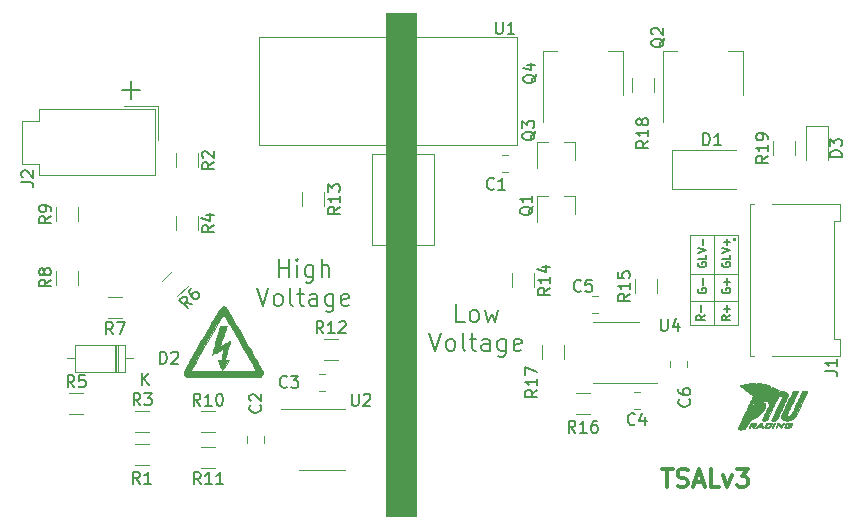
<source format=gbr>
G04 #@! TF.GenerationSoftware,KiCad,Pcbnew,7.0.7*
G04 #@! TF.CreationDate,2023-10-01T09:25:35+02:00*
G04 #@! TF.ProjectId,TSALv3,5453414c-7633-42e6-9b69-6361645f7063,rev?*
G04 #@! TF.SameCoordinates,Original*
G04 #@! TF.FileFunction,Legend,Top*
G04 #@! TF.FilePolarity,Positive*
%FSLAX46Y46*%
G04 Gerber Fmt 4.6, Leading zero omitted, Abs format (unit mm)*
G04 Created by KiCad (PCBNEW 7.0.7) date 2023-10-01 09:25:35*
%MOMM*%
%LPD*%
G01*
G04 APERTURE LIST*
%ADD10C,0.120000*%
%ADD11C,0.100000*%
%ADD12C,0.200000*%
%ADD13C,0.150000*%
%ADD14C,0.300000*%
%ADD15C,0.010000*%
G04 APERTURE END LIST*
D10*
X106121200Y-76911200D02*
X106121200Y-69291200D01*
X106121200Y-72593200D02*
X110185200Y-72593200D01*
D11*
X82931000Y-93091000D02*
X80391000Y-93091000D01*
X80391000Y-78486000D01*
X80391000Y-57531000D01*
X80391000Y-50546000D01*
X82931000Y-50546000D01*
X82931000Y-93091000D01*
G36*
X82931000Y-93091000D02*
G01*
X80391000Y-93091000D01*
X80391000Y-78486000D01*
X80391000Y-57531000D01*
X80391000Y-50546000D01*
X82931000Y-50546000D01*
X82931000Y-93091000D01*
G37*
D10*
X110185200Y-74879200D02*
X106121200Y-74879200D01*
D11*
X109931200Y-69748400D02*
X109728000Y-69748400D01*
X109728000Y-69545200D01*
X109931200Y-69545200D01*
X109931200Y-69748400D01*
G36*
X109931200Y-69748400D02*
G01*
X109728000Y-69748400D01*
X109728000Y-69545200D01*
X109931200Y-69545200D01*
X109931200Y-69748400D01*
G37*
D10*
X110185200Y-69291200D02*
X110185200Y-76911200D01*
X106121200Y-69291200D02*
X110185200Y-69291200D01*
X108153200Y-76911200D02*
X108153200Y-69291200D01*
X110185200Y-76911200D02*
X106121200Y-76911200D01*
D12*
X71263142Y-72882028D02*
X71263142Y-71382028D01*
X71263142Y-72096314D02*
X72120285Y-72096314D01*
X72120285Y-72882028D02*
X72120285Y-71382028D01*
X72834571Y-72882028D02*
X72834571Y-71882028D01*
X72834571Y-71382028D02*
X72763143Y-71453457D01*
X72763143Y-71453457D02*
X72834571Y-71524885D01*
X72834571Y-71524885D02*
X72906000Y-71453457D01*
X72906000Y-71453457D02*
X72834571Y-71382028D01*
X72834571Y-71382028D02*
X72834571Y-71524885D01*
X74191715Y-71882028D02*
X74191715Y-73096314D01*
X74191715Y-73096314D02*
X74120286Y-73239171D01*
X74120286Y-73239171D02*
X74048857Y-73310600D01*
X74048857Y-73310600D02*
X73906000Y-73382028D01*
X73906000Y-73382028D02*
X73691715Y-73382028D01*
X73691715Y-73382028D02*
X73548857Y-73310600D01*
X74191715Y-72810600D02*
X74048857Y-72882028D01*
X74048857Y-72882028D02*
X73763143Y-72882028D01*
X73763143Y-72882028D02*
X73620286Y-72810600D01*
X73620286Y-72810600D02*
X73548857Y-72739171D01*
X73548857Y-72739171D02*
X73477429Y-72596314D01*
X73477429Y-72596314D02*
X73477429Y-72167742D01*
X73477429Y-72167742D02*
X73548857Y-72024885D01*
X73548857Y-72024885D02*
X73620286Y-71953457D01*
X73620286Y-71953457D02*
X73763143Y-71882028D01*
X73763143Y-71882028D02*
X74048857Y-71882028D01*
X74048857Y-71882028D02*
X74191715Y-71953457D01*
X74906000Y-72882028D02*
X74906000Y-71382028D01*
X75548858Y-72882028D02*
X75548858Y-72096314D01*
X75548858Y-72096314D02*
X75477429Y-71953457D01*
X75477429Y-71953457D02*
X75334572Y-71882028D01*
X75334572Y-71882028D02*
X75120286Y-71882028D01*
X75120286Y-71882028D02*
X74977429Y-71953457D01*
X74977429Y-71953457D02*
X74906000Y-72024885D01*
X69406000Y-73797028D02*
X69906000Y-75297028D01*
X69906000Y-75297028D02*
X70406000Y-73797028D01*
X71120285Y-75297028D02*
X70977428Y-75225600D01*
X70977428Y-75225600D02*
X70905999Y-75154171D01*
X70905999Y-75154171D02*
X70834571Y-75011314D01*
X70834571Y-75011314D02*
X70834571Y-74582742D01*
X70834571Y-74582742D02*
X70905999Y-74439885D01*
X70905999Y-74439885D02*
X70977428Y-74368457D01*
X70977428Y-74368457D02*
X71120285Y-74297028D01*
X71120285Y-74297028D02*
X71334571Y-74297028D01*
X71334571Y-74297028D02*
X71477428Y-74368457D01*
X71477428Y-74368457D02*
X71548857Y-74439885D01*
X71548857Y-74439885D02*
X71620285Y-74582742D01*
X71620285Y-74582742D02*
X71620285Y-75011314D01*
X71620285Y-75011314D02*
X71548857Y-75154171D01*
X71548857Y-75154171D02*
X71477428Y-75225600D01*
X71477428Y-75225600D02*
X71334571Y-75297028D01*
X71334571Y-75297028D02*
X71120285Y-75297028D01*
X72477428Y-75297028D02*
X72334571Y-75225600D01*
X72334571Y-75225600D02*
X72263142Y-75082742D01*
X72263142Y-75082742D02*
X72263142Y-73797028D01*
X72834571Y-74297028D02*
X73405999Y-74297028D01*
X73048856Y-73797028D02*
X73048856Y-75082742D01*
X73048856Y-75082742D02*
X73120285Y-75225600D01*
X73120285Y-75225600D02*
X73263142Y-75297028D01*
X73263142Y-75297028D02*
X73405999Y-75297028D01*
X74548857Y-75297028D02*
X74548857Y-74511314D01*
X74548857Y-74511314D02*
X74477428Y-74368457D01*
X74477428Y-74368457D02*
X74334571Y-74297028D01*
X74334571Y-74297028D02*
X74048857Y-74297028D01*
X74048857Y-74297028D02*
X73905999Y-74368457D01*
X74548857Y-75225600D02*
X74405999Y-75297028D01*
X74405999Y-75297028D02*
X74048857Y-75297028D01*
X74048857Y-75297028D02*
X73905999Y-75225600D01*
X73905999Y-75225600D02*
X73834571Y-75082742D01*
X73834571Y-75082742D02*
X73834571Y-74939885D01*
X73834571Y-74939885D02*
X73905999Y-74797028D01*
X73905999Y-74797028D02*
X74048857Y-74725600D01*
X74048857Y-74725600D02*
X74405999Y-74725600D01*
X74405999Y-74725600D02*
X74548857Y-74654171D01*
X75906000Y-74297028D02*
X75906000Y-75511314D01*
X75906000Y-75511314D02*
X75834571Y-75654171D01*
X75834571Y-75654171D02*
X75763142Y-75725600D01*
X75763142Y-75725600D02*
X75620285Y-75797028D01*
X75620285Y-75797028D02*
X75406000Y-75797028D01*
X75406000Y-75797028D02*
X75263142Y-75725600D01*
X75906000Y-75225600D02*
X75763142Y-75297028D01*
X75763142Y-75297028D02*
X75477428Y-75297028D01*
X75477428Y-75297028D02*
X75334571Y-75225600D01*
X75334571Y-75225600D02*
X75263142Y-75154171D01*
X75263142Y-75154171D02*
X75191714Y-75011314D01*
X75191714Y-75011314D02*
X75191714Y-74582742D01*
X75191714Y-74582742D02*
X75263142Y-74439885D01*
X75263142Y-74439885D02*
X75334571Y-74368457D01*
X75334571Y-74368457D02*
X75477428Y-74297028D01*
X75477428Y-74297028D02*
X75763142Y-74297028D01*
X75763142Y-74297028D02*
X75906000Y-74368457D01*
X77191714Y-75225600D02*
X77048857Y-75297028D01*
X77048857Y-75297028D02*
X76763143Y-75297028D01*
X76763143Y-75297028D02*
X76620285Y-75225600D01*
X76620285Y-75225600D02*
X76548857Y-75082742D01*
X76548857Y-75082742D02*
X76548857Y-74511314D01*
X76548857Y-74511314D02*
X76620285Y-74368457D01*
X76620285Y-74368457D02*
X76763143Y-74297028D01*
X76763143Y-74297028D02*
X77048857Y-74297028D01*
X77048857Y-74297028D02*
X77191714Y-74368457D01*
X77191714Y-74368457D02*
X77263143Y-74511314D01*
X77263143Y-74511314D02*
X77263143Y-74654171D01*
X77263143Y-74654171D02*
X76548857Y-74797028D01*
X87010999Y-76692028D02*
X86296713Y-76692028D01*
X86296713Y-76692028D02*
X86296713Y-75192028D01*
X87725285Y-76692028D02*
X87582428Y-76620600D01*
X87582428Y-76620600D02*
X87510999Y-76549171D01*
X87510999Y-76549171D02*
X87439571Y-76406314D01*
X87439571Y-76406314D02*
X87439571Y-75977742D01*
X87439571Y-75977742D02*
X87510999Y-75834885D01*
X87510999Y-75834885D02*
X87582428Y-75763457D01*
X87582428Y-75763457D02*
X87725285Y-75692028D01*
X87725285Y-75692028D02*
X87939571Y-75692028D01*
X87939571Y-75692028D02*
X88082428Y-75763457D01*
X88082428Y-75763457D02*
X88153857Y-75834885D01*
X88153857Y-75834885D02*
X88225285Y-75977742D01*
X88225285Y-75977742D02*
X88225285Y-76406314D01*
X88225285Y-76406314D02*
X88153857Y-76549171D01*
X88153857Y-76549171D02*
X88082428Y-76620600D01*
X88082428Y-76620600D02*
X87939571Y-76692028D01*
X87939571Y-76692028D02*
X87725285Y-76692028D01*
X88725285Y-75692028D02*
X89011000Y-76692028D01*
X89011000Y-76692028D02*
X89296714Y-75977742D01*
X89296714Y-75977742D02*
X89582428Y-76692028D01*
X89582428Y-76692028D02*
X89868142Y-75692028D01*
X84011000Y-77607028D02*
X84511000Y-79107028D01*
X84511000Y-79107028D02*
X85011000Y-77607028D01*
X85725285Y-79107028D02*
X85582428Y-79035600D01*
X85582428Y-79035600D02*
X85510999Y-78964171D01*
X85510999Y-78964171D02*
X85439571Y-78821314D01*
X85439571Y-78821314D02*
X85439571Y-78392742D01*
X85439571Y-78392742D02*
X85510999Y-78249885D01*
X85510999Y-78249885D02*
X85582428Y-78178457D01*
X85582428Y-78178457D02*
X85725285Y-78107028D01*
X85725285Y-78107028D02*
X85939571Y-78107028D01*
X85939571Y-78107028D02*
X86082428Y-78178457D01*
X86082428Y-78178457D02*
X86153857Y-78249885D01*
X86153857Y-78249885D02*
X86225285Y-78392742D01*
X86225285Y-78392742D02*
X86225285Y-78821314D01*
X86225285Y-78821314D02*
X86153857Y-78964171D01*
X86153857Y-78964171D02*
X86082428Y-79035600D01*
X86082428Y-79035600D02*
X85939571Y-79107028D01*
X85939571Y-79107028D02*
X85725285Y-79107028D01*
X87082428Y-79107028D02*
X86939571Y-79035600D01*
X86939571Y-79035600D02*
X86868142Y-78892742D01*
X86868142Y-78892742D02*
X86868142Y-77607028D01*
X87439571Y-78107028D02*
X88010999Y-78107028D01*
X87653856Y-77607028D02*
X87653856Y-78892742D01*
X87653856Y-78892742D02*
X87725285Y-79035600D01*
X87725285Y-79035600D02*
X87868142Y-79107028D01*
X87868142Y-79107028D02*
X88010999Y-79107028D01*
X89153857Y-79107028D02*
X89153857Y-78321314D01*
X89153857Y-78321314D02*
X89082428Y-78178457D01*
X89082428Y-78178457D02*
X88939571Y-78107028D01*
X88939571Y-78107028D02*
X88653857Y-78107028D01*
X88653857Y-78107028D02*
X88510999Y-78178457D01*
X89153857Y-79035600D02*
X89010999Y-79107028D01*
X89010999Y-79107028D02*
X88653857Y-79107028D01*
X88653857Y-79107028D02*
X88510999Y-79035600D01*
X88510999Y-79035600D02*
X88439571Y-78892742D01*
X88439571Y-78892742D02*
X88439571Y-78749885D01*
X88439571Y-78749885D02*
X88510999Y-78607028D01*
X88510999Y-78607028D02*
X88653857Y-78535600D01*
X88653857Y-78535600D02*
X89010999Y-78535600D01*
X89010999Y-78535600D02*
X89153857Y-78464171D01*
X90511000Y-78107028D02*
X90511000Y-79321314D01*
X90511000Y-79321314D02*
X90439571Y-79464171D01*
X90439571Y-79464171D02*
X90368142Y-79535600D01*
X90368142Y-79535600D02*
X90225285Y-79607028D01*
X90225285Y-79607028D02*
X90011000Y-79607028D01*
X90011000Y-79607028D02*
X89868142Y-79535600D01*
X90511000Y-79035600D02*
X90368142Y-79107028D01*
X90368142Y-79107028D02*
X90082428Y-79107028D01*
X90082428Y-79107028D02*
X89939571Y-79035600D01*
X89939571Y-79035600D02*
X89868142Y-78964171D01*
X89868142Y-78964171D02*
X89796714Y-78821314D01*
X89796714Y-78821314D02*
X89796714Y-78392742D01*
X89796714Y-78392742D02*
X89868142Y-78249885D01*
X89868142Y-78249885D02*
X89939571Y-78178457D01*
X89939571Y-78178457D02*
X90082428Y-78107028D01*
X90082428Y-78107028D02*
X90368142Y-78107028D01*
X90368142Y-78107028D02*
X90511000Y-78178457D01*
X91796714Y-79035600D02*
X91653857Y-79107028D01*
X91653857Y-79107028D02*
X91368143Y-79107028D01*
X91368143Y-79107028D02*
X91225285Y-79035600D01*
X91225285Y-79035600D02*
X91153857Y-78892742D01*
X91153857Y-78892742D02*
X91153857Y-78321314D01*
X91153857Y-78321314D02*
X91225285Y-78178457D01*
X91225285Y-78178457D02*
X91368143Y-78107028D01*
X91368143Y-78107028D02*
X91653857Y-78107028D01*
X91653857Y-78107028D02*
X91796714Y-78178457D01*
X91796714Y-78178457D02*
X91868143Y-78321314D01*
X91868143Y-78321314D02*
X91868143Y-78464171D01*
X91868143Y-78464171D02*
X91153857Y-78607028D01*
D13*
X106786566Y-73859199D02*
X106753233Y-73925866D01*
X106753233Y-73925866D02*
X106753233Y-74025866D01*
X106753233Y-74025866D02*
X106786566Y-74125866D01*
X106786566Y-74125866D02*
X106853233Y-74192533D01*
X106853233Y-74192533D02*
X106919900Y-74225866D01*
X106919900Y-74225866D02*
X107053233Y-74259199D01*
X107053233Y-74259199D02*
X107153233Y-74259199D01*
X107153233Y-74259199D02*
X107286566Y-74225866D01*
X107286566Y-74225866D02*
X107353233Y-74192533D01*
X107353233Y-74192533D02*
X107419900Y-74125866D01*
X107419900Y-74125866D02*
X107453233Y-74025866D01*
X107453233Y-74025866D02*
X107453233Y-73959199D01*
X107453233Y-73959199D02*
X107419900Y-73859199D01*
X107419900Y-73859199D02*
X107386566Y-73825866D01*
X107386566Y-73825866D02*
X107153233Y-73825866D01*
X107153233Y-73825866D02*
X107153233Y-73959199D01*
X107186566Y-73525866D02*
X107186566Y-72992533D01*
X106786566Y-71648533D02*
X106753233Y-71715200D01*
X106753233Y-71715200D02*
X106753233Y-71815200D01*
X106753233Y-71815200D02*
X106786566Y-71915200D01*
X106786566Y-71915200D02*
X106853233Y-71981867D01*
X106853233Y-71981867D02*
X106919900Y-72015200D01*
X106919900Y-72015200D02*
X107053233Y-72048533D01*
X107053233Y-72048533D02*
X107153233Y-72048533D01*
X107153233Y-72048533D02*
X107286566Y-72015200D01*
X107286566Y-72015200D02*
X107353233Y-71981867D01*
X107353233Y-71981867D02*
X107419900Y-71915200D01*
X107419900Y-71915200D02*
X107453233Y-71815200D01*
X107453233Y-71815200D02*
X107453233Y-71748533D01*
X107453233Y-71748533D02*
X107419900Y-71648533D01*
X107419900Y-71648533D02*
X107386566Y-71615200D01*
X107386566Y-71615200D02*
X107153233Y-71615200D01*
X107153233Y-71615200D02*
X107153233Y-71748533D01*
X107453233Y-70981867D02*
X107453233Y-71315200D01*
X107453233Y-71315200D02*
X106753233Y-71315200D01*
X106753233Y-70848533D02*
X107453233Y-70615200D01*
X107453233Y-70615200D02*
X106753233Y-70381866D01*
X107186566Y-70148533D02*
X107186566Y-69615200D01*
X108818566Y-71648533D02*
X108785233Y-71715200D01*
X108785233Y-71715200D02*
X108785233Y-71815200D01*
X108785233Y-71815200D02*
X108818566Y-71915200D01*
X108818566Y-71915200D02*
X108885233Y-71981867D01*
X108885233Y-71981867D02*
X108951900Y-72015200D01*
X108951900Y-72015200D02*
X109085233Y-72048533D01*
X109085233Y-72048533D02*
X109185233Y-72048533D01*
X109185233Y-72048533D02*
X109318566Y-72015200D01*
X109318566Y-72015200D02*
X109385233Y-71981867D01*
X109385233Y-71981867D02*
X109451900Y-71915200D01*
X109451900Y-71915200D02*
X109485233Y-71815200D01*
X109485233Y-71815200D02*
X109485233Y-71748533D01*
X109485233Y-71748533D02*
X109451900Y-71648533D01*
X109451900Y-71648533D02*
X109418566Y-71615200D01*
X109418566Y-71615200D02*
X109185233Y-71615200D01*
X109185233Y-71615200D02*
X109185233Y-71748533D01*
X109485233Y-70981867D02*
X109485233Y-71315200D01*
X109485233Y-71315200D02*
X108785233Y-71315200D01*
X108785233Y-70848533D02*
X109485233Y-70615200D01*
X109485233Y-70615200D02*
X108785233Y-70381866D01*
X109218566Y-70148533D02*
X109218566Y-69615200D01*
X109485233Y-69881866D02*
X108951900Y-69881866D01*
X109485233Y-76111866D02*
X109151900Y-76345199D01*
X109485233Y-76511866D02*
X108785233Y-76511866D01*
X108785233Y-76511866D02*
X108785233Y-76245199D01*
X108785233Y-76245199D02*
X108818566Y-76178533D01*
X108818566Y-76178533D02*
X108851900Y-76145199D01*
X108851900Y-76145199D02*
X108918566Y-76111866D01*
X108918566Y-76111866D02*
X109018566Y-76111866D01*
X109018566Y-76111866D02*
X109085233Y-76145199D01*
X109085233Y-76145199D02*
X109118566Y-76178533D01*
X109118566Y-76178533D02*
X109151900Y-76245199D01*
X109151900Y-76245199D02*
X109151900Y-76511866D01*
X109218566Y-75811866D02*
X109218566Y-75278533D01*
X109485233Y-75545199D02*
X108951900Y-75545199D01*
X107326233Y-76111866D02*
X106992900Y-76345199D01*
X107326233Y-76511866D02*
X106626233Y-76511866D01*
X106626233Y-76511866D02*
X106626233Y-76245199D01*
X106626233Y-76245199D02*
X106659566Y-76178533D01*
X106659566Y-76178533D02*
X106692900Y-76145199D01*
X106692900Y-76145199D02*
X106759566Y-76111866D01*
X106759566Y-76111866D02*
X106859566Y-76111866D01*
X106859566Y-76111866D02*
X106926233Y-76145199D01*
X106926233Y-76145199D02*
X106959566Y-76178533D01*
X106959566Y-76178533D02*
X106992900Y-76245199D01*
X106992900Y-76245199D02*
X106992900Y-76511866D01*
X107059566Y-75811866D02*
X107059566Y-75278533D01*
D14*
X103763429Y-89145128D02*
X104620572Y-89145128D01*
X104192000Y-90645128D02*
X104192000Y-89145128D01*
X105049143Y-90573700D02*
X105263429Y-90645128D01*
X105263429Y-90645128D02*
X105620571Y-90645128D01*
X105620571Y-90645128D02*
X105763429Y-90573700D01*
X105763429Y-90573700D02*
X105834857Y-90502271D01*
X105834857Y-90502271D02*
X105906286Y-90359414D01*
X105906286Y-90359414D02*
X105906286Y-90216557D01*
X105906286Y-90216557D02*
X105834857Y-90073700D01*
X105834857Y-90073700D02*
X105763429Y-90002271D01*
X105763429Y-90002271D02*
X105620571Y-89930842D01*
X105620571Y-89930842D02*
X105334857Y-89859414D01*
X105334857Y-89859414D02*
X105192000Y-89787985D01*
X105192000Y-89787985D02*
X105120571Y-89716557D01*
X105120571Y-89716557D02*
X105049143Y-89573700D01*
X105049143Y-89573700D02*
X105049143Y-89430842D01*
X105049143Y-89430842D02*
X105120571Y-89287985D01*
X105120571Y-89287985D02*
X105192000Y-89216557D01*
X105192000Y-89216557D02*
X105334857Y-89145128D01*
X105334857Y-89145128D02*
X105692000Y-89145128D01*
X105692000Y-89145128D02*
X105906286Y-89216557D01*
X106477714Y-90216557D02*
X107192000Y-90216557D01*
X106334857Y-90645128D02*
X106834857Y-89145128D01*
X106834857Y-89145128D02*
X107334857Y-90645128D01*
X108549142Y-90645128D02*
X107834856Y-90645128D01*
X107834856Y-90645128D02*
X107834856Y-89145128D01*
X108906285Y-89645128D02*
X109263428Y-90645128D01*
X109263428Y-90645128D02*
X109620571Y-89645128D01*
X110049142Y-89145128D02*
X110977714Y-89145128D01*
X110977714Y-89145128D02*
X110477714Y-89716557D01*
X110477714Y-89716557D02*
X110691999Y-89716557D01*
X110691999Y-89716557D02*
X110834857Y-89787985D01*
X110834857Y-89787985D02*
X110906285Y-89859414D01*
X110906285Y-89859414D02*
X110977714Y-90002271D01*
X110977714Y-90002271D02*
X110977714Y-90359414D01*
X110977714Y-90359414D02*
X110906285Y-90502271D01*
X110906285Y-90502271D02*
X110834857Y-90573700D01*
X110834857Y-90573700D02*
X110691999Y-90645128D01*
X110691999Y-90645128D02*
X110263428Y-90645128D01*
X110263428Y-90645128D02*
X110120571Y-90573700D01*
X110120571Y-90573700D02*
X110049142Y-90502271D01*
D13*
X108818566Y-73859199D02*
X108785233Y-73925866D01*
X108785233Y-73925866D02*
X108785233Y-74025866D01*
X108785233Y-74025866D02*
X108818566Y-74125866D01*
X108818566Y-74125866D02*
X108885233Y-74192533D01*
X108885233Y-74192533D02*
X108951900Y-74225866D01*
X108951900Y-74225866D02*
X109085233Y-74259199D01*
X109085233Y-74259199D02*
X109185233Y-74259199D01*
X109185233Y-74259199D02*
X109318566Y-74225866D01*
X109318566Y-74225866D02*
X109385233Y-74192533D01*
X109385233Y-74192533D02*
X109451900Y-74125866D01*
X109451900Y-74125866D02*
X109485233Y-74025866D01*
X109485233Y-74025866D02*
X109485233Y-73959199D01*
X109485233Y-73959199D02*
X109451900Y-73859199D01*
X109451900Y-73859199D02*
X109418566Y-73825866D01*
X109418566Y-73825866D02*
X109185233Y-73825866D01*
X109185233Y-73825866D02*
X109185233Y-73959199D01*
X109218566Y-73525866D02*
X109218566Y-72992533D01*
X109485233Y-73259199D02*
X108951900Y-73259199D01*
D12*
X58039095Y-57048933D02*
X59562905Y-57048933D01*
X58801000Y-57810838D02*
X58801000Y-56287028D01*
D13*
X63974688Y-75132390D02*
X63402269Y-75031375D01*
X63570627Y-75536451D02*
X62863521Y-74829344D01*
X62863521Y-74829344D02*
X63132895Y-74559970D01*
X63132895Y-74559970D02*
X63233910Y-74526298D01*
X63233910Y-74526298D02*
X63301253Y-74526298D01*
X63301253Y-74526298D02*
X63402269Y-74559970D01*
X63402269Y-74559970D02*
X63503284Y-74660985D01*
X63503284Y-74660985D02*
X63536956Y-74762001D01*
X63536956Y-74762001D02*
X63536956Y-74829344D01*
X63536956Y-74829344D02*
X63503284Y-74930359D01*
X63503284Y-74930359D02*
X63233910Y-75199733D01*
X63873673Y-73819192D02*
X63738986Y-73953879D01*
X63738986Y-73953879D02*
X63705314Y-74054894D01*
X63705314Y-74054894D02*
X63705314Y-74122237D01*
X63705314Y-74122237D02*
X63738986Y-74290596D01*
X63738986Y-74290596D02*
X63840001Y-74458955D01*
X63840001Y-74458955D02*
X64109375Y-74728329D01*
X64109375Y-74728329D02*
X64210391Y-74762001D01*
X64210391Y-74762001D02*
X64277734Y-74762001D01*
X64277734Y-74762001D02*
X64378749Y-74728329D01*
X64378749Y-74728329D02*
X64513436Y-74593642D01*
X64513436Y-74593642D02*
X64547108Y-74492627D01*
X64547108Y-74492627D02*
X64547108Y-74425283D01*
X64547108Y-74425283D02*
X64513436Y-74324268D01*
X64513436Y-74324268D02*
X64345078Y-74155909D01*
X64345078Y-74155909D02*
X64244062Y-74122237D01*
X64244062Y-74122237D02*
X64176719Y-74122237D01*
X64176719Y-74122237D02*
X64075704Y-74155909D01*
X64075704Y-74155909D02*
X63941017Y-74290596D01*
X63941017Y-74290596D02*
X63907345Y-74391611D01*
X63907345Y-74391611D02*
X63907345Y-74458955D01*
X63907345Y-74458955D02*
X63941017Y-74559970D01*
X49492819Y-64849333D02*
X50207104Y-64849333D01*
X50207104Y-64849333D02*
X50349961Y-64896952D01*
X50349961Y-64896952D02*
X50445200Y-64992190D01*
X50445200Y-64992190D02*
X50492819Y-65135047D01*
X50492819Y-65135047D02*
X50492819Y-65230285D01*
X49588057Y-64420761D02*
X49540438Y-64373142D01*
X49540438Y-64373142D02*
X49492819Y-64277904D01*
X49492819Y-64277904D02*
X49492819Y-64039809D01*
X49492819Y-64039809D02*
X49540438Y-63944571D01*
X49540438Y-63944571D02*
X49588057Y-63896952D01*
X49588057Y-63896952D02*
X49683295Y-63849333D01*
X49683295Y-63849333D02*
X49778533Y-63849333D01*
X49778533Y-63849333D02*
X49921390Y-63896952D01*
X49921390Y-63896952D02*
X50492819Y-64468380D01*
X50492819Y-64468380D02*
X50492819Y-63849333D01*
X57237333Y-77712819D02*
X56904000Y-77236628D01*
X56665905Y-77712819D02*
X56665905Y-76712819D01*
X56665905Y-76712819D02*
X57046857Y-76712819D01*
X57046857Y-76712819D02*
X57142095Y-76760438D01*
X57142095Y-76760438D02*
X57189714Y-76808057D01*
X57189714Y-76808057D02*
X57237333Y-76903295D01*
X57237333Y-76903295D02*
X57237333Y-77046152D01*
X57237333Y-77046152D02*
X57189714Y-77141390D01*
X57189714Y-77141390D02*
X57142095Y-77189009D01*
X57142095Y-77189009D02*
X57046857Y-77236628D01*
X57046857Y-77236628D02*
X56665905Y-77236628D01*
X57570667Y-76712819D02*
X58237333Y-76712819D01*
X58237333Y-76712819D02*
X57808762Y-77712819D01*
X65774819Y-68492666D02*
X65298628Y-68825999D01*
X65774819Y-69064094D02*
X64774819Y-69064094D01*
X64774819Y-69064094D02*
X64774819Y-68683142D01*
X64774819Y-68683142D02*
X64822438Y-68587904D01*
X64822438Y-68587904D02*
X64870057Y-68540285D01*
X64870057Y-68540285D02*
X64965295Y-68492666D01*
X64965295Y-68492666D02*
X65108152Y-68492666D01*
X65108152Y-68492666D02*
X65203390Y-68540285D01*
X65203390Y-68540285D02*
X65251009Y-68587904D01*
X65251009Y-68587904D02*
X65298628Y-68683142D01*
X65298628Y-68683142D02*
X65298628Y-69064094D01*
X65108152Y-67635523D02*
X65774819Y-67635523D01*
X64727200Y-67873618D02*
X65441485Y-68111713D01*
X65441485Y-68111713D02*
X65441485Y-67492666D01*
X64635142Y-83766819D02*
X64301809Y-83290628D01*
X64063714Y-83766819D02*
X64063714Y-82766819D01*
X64063714Y-82766819D02*
X64444666Y-82766819D01*
X64444666Y-82766819D02*
X64539904Y-82814438D01*
X64539904Y-82814438D02*
X64587523Y-82862057D01*
X64587523Y-82862057D02*
X64635142Y-82957295D01*
X64635142Y-82957295D02*
X64635142Y-83100152D01*
X64635142Y-83100152D02*
X64587523Y-83195390D01*
X64587523Y-83195390D02*
X64539904Y-83243009D01*
X64539904Y-83243009D02*
X64444666Y-83290628D01*
X64444666Y-83290628D02*
X64063714Y-83290628D01*
X65587523Y-83766819D02*
X65016095Y-83766819D01*
X65301809Y-83766819D02*
X65301809Y-82766819D01*
X65301809Y-82766819D02*
X65206571Y-82909676D01*
X65206571Y-82909676D02*
X65111333Y-83004914D01*
X65111333Y-83004914D02*
X65016095Y-83052533D01*
X66206571Y-82766819D02*
X66301809Y-82766819D01*
X66301809Y-82766819D02*
X66397047Y-82814438D01*
X66397047Y-82814438D02*
X66444666Y-82862057D01*
X66444666Y-82862057D02*
X66492285Y-82957295D01*
X66492285Y-82957295D02*
X66539904Y-83147771D01*
X66539904Y-83147771D02*
X66539904Y-83385866D01*
X66539904Y-83385866D02*
X66492285Y-83576342D01*
X66492285Y-83576342D02*
X66444666Y-83671580D01*
X66444666Y-83671580D02*
X66397047Y-83719200D01*
X66397047Y-83719200D02*
X66301809Y-83766819D01*
X66301809Y-83766819D02*
X66206571Y-83766819D01*
X66206571Y-83766819D02*
X66111333Y-83719200D01*
X66111333Y-83719200D02*
X66063714Y-83671580D01*
X66063714Y-83671580D02*
X66016095Y-83576342D01*
X66016095Y-83576342D02*
X65968476Y-83385866D01*
X65968476Y-83385866D02*
X65968476Y-83147771D01*
X65968476Y-83147771D02*
X66016095Y-82957295D01*
X66016095Y-82957295D02*
X66063714Y-82862057D01*
X66063714Y-82862057D02*
X66111333Y-82814438D01*
X66111333Y-82814438D02*
X66206571Y-82766819D01*
X64671642Y-90412819D02*
X64338309Y-89936628D01*
X64100214Y-90412819D02*
X64100214Y-89412819D01*
X64100214Y-89412819D02*
X64481166Y-89412819D01*
X64481166Y-89412819D02*
X64576404Y-89460438D01*
X64576404Y-89460438D02*
X64624023Y-89508057D01*
X64624023Y-89508057D02*
X64671642Y-89603295D01*
X64671642Y-89603295D02*
X64671642Y-89746152D01*
X64671642Y-89746152D02*
X64624023Y-89841390D01*
X64624023Y-89841390D02*
X64576404Y-89889009D01*
X64576404Y-89889009D02*
X64481166Y-89936628D01*
X64481166Y-89936628D02*
X64100214Y-89936628D01*
X65624023Y-90412819D02*
X65052595Y-90412819D01*
X65338309Y-90412819D02*
X65338309Y-89412819D01*
X65338309Y-89412819D02*
X65243071Y-89555676D01*
X65243071Y-89555676D02*
X65147833Y-89650914D01*
X65147833Y-89650914D02*
X65052595Y-89698533D01*
X66576404Y-90412819D02*
X66004976Y-90412819D01*
X66290690Y-90412819D02*
X66290690Y-89412819D01*
X66290690Y-89412819D02*
X66195452Y-89555676D01*
X66195452Y-89555676D02*
X66100214Y-89650914D01*
X66100214Y-89650914D02*
X66004976Y-89698533D01*
X75049142Y-77628819D02*
X74715809Y-77152628D01*
X74477714Y-77628819D02*
X74477714Y-76628819D01*
X74477714Y-76628819D02*
X74858666Y-76628819D01*
X74858666Y-76628819D02*
X74953904Y-76676438D01*
X74953904Y-76676438D02*
X75001523Y-76724057D01*
X75001523Y-76724057D02*
X75049142Y-76819295D01*
X75049142Y-76819295D02*
X75049142Y-76962152D01*
X75049142Y-76962152D02*
X75001523Y-77057390D01*
X75001523Y-77057390D02*
X74953904Y-77105009D01*
X74953904Y-77105009D02*
X74858666Y-77152628D01*
X74858666Y-77152628D02*
X74477714Y-77152628D01*
X76001523Y-77628819D02*
X75430095Y-77628819D01*
X75715809Y-77628819D02*
X75715809Y-76628819D01*
X75715809Y-76628819D02*
X75620571Y-76771676D01*
X75620571Y-76771676D02*
X75525333Y-76866914D01*
X75525333Y-76866914D02*
X75430095Y-76914533D01*
X76382476Y-76724057D02*
X76430095Y-76676438D01*
X76430095Y-76676438D02*
X76525333Y-76628819D01*
X76525333Y-76628819D02*
X76763428Y-76628819D01*
X76763428Y-76628819D02*
X76858666Y-76676438D01*
X76858666Y-76676438D02*
X76906285Y-76724057D01*
X76906285Y-76724057D02*
X76953904Y-76819295D01*
X76953904Y-76819295D02*
X76953904Y-76914533D01*
X76953904Y-76914533D02*
X76906285Y-77057390D01*
X76906285Y-77057390D02*
X76334857Y-77628819D01*
X76334857Y-77628819D02*
X76953904Y-77628819D01*
X71969333Y-82147580D02*
X71921714Y-82195200D01*
X71921714Y-82195200D02*
X71778857Y-82242819D01*
X71778857Y-82242819D02*
X71683619Y-82242819D01*
X71683619Y-82242819D02*
X71540762Y-82195200D01*
X71540762Y-82195200D02*
X71445524Y-82099961D01*
X71445524Y-82099961D02*
X71397905Y-82004723D01*
X71397905Y-82004723D02*
X71350286Y-81814247D01*
X71350286Y-81814247D02*
X71350286Y-81671390D01*
X71350286Y-81671390D02*
X71397905Y-81480914D01*
X71397905Y-81480914D02*
X71445524Y-81385676D01*
X71445524Y-81385676D02*
X71540762Y-81290438D01*
X71540762Y-81290438D02*
X71683619Y-81242819D01*
X71683619Y-81242819D02*
X71778857Y-81242819D01*
X71778857Y-81242819D02*
X71921714Y-81290438D01*
X71921714Y-81290438D02*
X71969333Y-81338057D01*
X72302667Y-81242819D02*
X72921714Y-81242819D01*
X72921714Y-81242819D02*
X72588381Y-81623771D01*
X72588381Y-81623771D02*
X72731238Y-81623771D01*
X72731238Y-81623771D02*
X72826476Y-81671390D01*
X72826476Y-81671390D02*
X72874095Y-81719009D01*
X72874095Y-81719009D02*
X72921714Y-81814247D01*
X72921714Y-81814247D02*
X72921714Y-82052342D01*
X72921714Y-82052342D02*
X72874095Y-82147580D01*
X72874095Y-82147580D02*
X72826476Y-82195200D01*
X72826476Y-82195200D02*
X72731238Y-82242819D01*
X72731238Y-82242819D02*
X72445524Y-82242819D01*
X72445524Y-82242819D02*
X72350286Y-82195200D01*
X72350286Y-82195200D02*
X72302667Y-82147580D01*
X69701580Y-83732666D02*
X69749200Y-83780285D01*
X69749200Y-83780285D02*
X69796819Y-83923142D01*
X69796819Y-83923142D02*
X69796819Y-84018380D01*
X69796819Y-84018380D02*
X69749200Y-84161237D01*
X69749200Y-84161237D02*
X69653961Y-84256475D01*
X69653961Y-84256475D02*
X69558723Y-84304094D01*
X69558723Y-84304094D02*
X69368247Y-84351713D01*
X69368247Y-84351713D02*
X69225390Y-84351713D01*
X69225390Y-84351713D02*
X69034914Y-84304094D01*
X69034914Y-84304094D02*
X68939676Y-84256475D01*
X68939676Y-84256475D02*
X68844438Y-84161237D01*
X68844438Y-84161237D02*
X68796819Y-84018380D01*
X68796819Y-84018380D02*
X68796819Y-83923142D01*
X68796819Y-83923142D02*
X68844438Y-83780285D01*
X68844438Y-83780285D02*
X68892057Y-83732666D01*
X68892057Y-83351713D02*
X68844438Y-83304094D01*
X68844438Y-83304094D02*
X68796819Y-83208856D01*
X68796819Y-83208856D02*
X68796819Y-82970761D01*
X68796819Y-82970761D02*
X68844438Y-82875523D01*
X68844438Y-82875523D02*
X68892057Y-82827904D01*
X68892057Y-82827904D02*
X68987295Y-82780285D01*
X68987295Y-82780285D02*
X69082533Y-82780285D01*
X69082533Y-82780285D02*
X69225390Y-82827904D01*
X69225390Y-82827904D02*
X69796819Y-83399332D01*
X69796819Y-83399332D02*
X69796819Y-82780285D01*
X53971833Y-82200819D02*
X53638500Y-81724628D01*
X53400405Y-82200819D02*
X53400405Y-81200819D01*
X53400405Y-81200819D02*
X53781357Y-81200819D01*
X53781357Y-81200819D02*
X53876595Y-81248438D01*
X53876595Y-81248438D02*
X53924214Y-81296057D01*
X53924214Y-81296057D02*
X53971833Y-81391295D01*
X53971833Y-81391295D02*
X53971833Y-81534152D01*
X53971833Y-81534152D02*
X53924214Y-81629390D01*
X53924214Y-81629390D02*
X53876595Y-81677009D01*
X53876595Y-81677009D02*
X53781357Y-81724628D01*
X53781357Y-81724628D02*
X53400405Y-81724628D01*
X54876595Y-81200819D02*
X54400405Y-81200819D01*
X54400405Y-81200819D02*
X54352786Y-81677009D01*
X54352786Y-81677009D02*
X54400405Y-81629390D01*
X54400405Y-81629390D02*
X54495643Y-81581771D01*
X54495643Y-81581771D02*
X54733738Y-81581771D01*
X54733738Y-81581771D02*
X54828976Y-81629390D01*
X54828976Y-81629390D02*
X54876595Y-81677009D01*
X54876595Y-81677009D02*
X54924214Y-81772247D01*
X54924214Y-81772247D02*
X54924214Y-82010342D01*
X54924214Y-82010342D02*
X54876595Y-82105580D01*
X54876595Y-82105580D02*
X54828976Y-82153200D01*
X54828976Y-82153200D02*
X54733738Y-82200819D01*
X54733738Y-82200819D02*
X54495643Y-82200819D01*
X54495643Y-82200819D02*
X54400405Y-82153200D01*
X54400405Y-82153200D02*
X54352786Y-82105580D01*
X51974819Y-73101166D02*
X51498628Y-73434499D01*
X51974819Y-73672594D02*
X50974819Y-73672594D01*
X50974819Y-73672594D02*
X50974819Y-73291642D01*
X50974819Y-73291642D02*
X51022438Y-73196404D01*
X51022438Y-73196404D02*
X51070057Y-73148785D01*
X51070057Y-73148785D02*
X51165295Y-73101166D01*
X51165295Y-73101166D02*
X51308152Y-73101166D01*
X51308152Y-73101166D02*
X51403390Y-73148785D01*
X51403390Y-73148785D02*
X51451009Y-73196404D01*
X51451009Y-73196404D02*
X51498628Y-73291642D01*
X51498628Y-73291642D02*
X51498628Y-73672594D01*
X51403390Y-72529737D02*
X51355771Y-72624975D01*
X51355771Y-72624975D02*
X51308152Y-72672594D01*
X51308152Y-72672594D02*
X51212914Y-72720213D01*
X51212914Y-72720213D02*
X51165295Y-72720213D01*
X51165295Y-72720213D02*
X51070057Y-72672594D01*
X51070057Y-72672594D02*
X51022438Y-72624975D01*
X51022438Y-72624975D02*
X50974819Y-72529737D01*
X50974819Y-72529737D02*
X50974819Y-72339261D01*
X50974819Y-72339261D02*
X51022438Y-72244023D01*
X51022438Y-72244023D02*
X51070057Y-72196404D01*
X51070057Y-72196404D02*
X51165295Y-72148785D01*
X51165295Y-72148785D02*
X51212914Y-72148785D01*
X51212914Y-72148785D02*
X51308152Y-72196404D01*
X51308152Y-72196404D02*
X51355771Y-72244023D01*
X51355771Y-72244023D02*
X51403390Y-72339261D01*
X51403390Y-72339261D02*
X51403390Y-72529737D01*
X51403390Y-72529737D02*
X51451009Y-72624975D01*
X51451009Y-72624975D02*
X51498628Y-72672594D01*
X51498628Y-72672594D02*
X51593866Y-72720213D01*
X51593866Y-72720213D02*
X51784342Y-72720213D01*
X51784342Y-72720213D02*
X51879580Y-72672594D01*
X51879580Y-72672594D02*
X51927200Y-72624975D01*
X51927200Y-72624975D02*
X51974819Y-72529737D01*
X51974819Y-72529737D02*
X51974819Y-72339261D01*
X51974819Y-72339261D02*
X51927200Y-72244023D01*
X51927200Y-72244023D02*
X51879580Y-72196404D01*
X51879580Y-72196404D02*
X51784342Y-72148785D01*
X51784342Y-72148785D02*
X51593866Y-72148785D01*
X51593866Y-72148785D02*
X51498628Y-72196404D01*
X51498628Y-72196404D02*
X51451009Y-72244023D01*
X51451009Y-72244023D02*
X51403390Y-72339261D01*
X51974819Y-67730666D02*
X51498628Y-68063999D01*
X51974819Y-68302094D02*
X50974819Y-68302094D01*
X50974819Y-68302094D02*
X50974819Y-67921142D01*
X50974819Y-67921142D02*
X51022438Y-67825904D01*
X51022438Y-67825904D02*
X51070057Y-67778285D01*
X51070057Y-67778285D02*
X51165295Y-67730666D01*
X51165295Y-67730666D02*
X51308152Y-67730666D01*
X51308152Y-67730666D02*
X51403390Y-67778285D01*
X51403390Y-67778285D02*
X51451009Y-67825904D01*
X51451009Y-67825904D02*
X51498628Y-67921142D01*
X51498628Y-67921142D02*
X51498628Y-68302094D01*
X51974819Y-67254475D02*
X51974819Y-67063999D01*
X51974819Y-67063999D02*
X51927200Y-66968761D01*
X51927200Y-66968761D02*
X51879580Y-66921142D01*
X51879580Y-66921142D02*
X51736723Y-66825904D01*
X51736723Y-66825904D02*
X51546247Y-66778285D01*
X51546247Y-66778285D02*
X51165295Y-66778285D01*
X51165295Y-66778285D02*
X51070057Y-66825904D01*
X51070057Y-66825904D02*
X51022438Y-66873523D01*
X51022438Y-66873523D02*
X50974819Y-66968761D01*
X50974819Y-66968761D02*
X50974819Y-67159237D01*
X50974819Y-67159237D02*
X51022438Y-67254475D01*
X51022438Y-67254475D02*
X51070057Y-67302094D01*
X51070057Y-67302094D02*
X51165295Y-67349713D01*
X51165295Y-67349713D02*
X51403390Y-67349713D01*
X51403390Y-67349713D02*
X51498628Y-67302094D01*
X51498628Y-67302094D02*
X51546247Y-67254475D01*
X51546247Y-67254475D02*
X51593866Y-67159237D01*
X51593866Y-67159237D02*
X51593866Y-66968761D01*
X51593866Y-66968761D02*
X51546247Y-66873523D01*
X51546247Y-66873523D02*
X51498628Y-66825904D01*
X51498628Y-66825904D02*
X51403390Y-66778285D01*
X61237905Y-80210819D02*
X61237905Y-79210819D01*
X61237905Y-79210819D02*
X61476000Y-79210819D01*
X61476000Y-79210819D02*
X61618857Y-79258438D01*
X61618857Y-79258438D02*
X61714095Y-79353676D01*
X61714095Y-79353676D02*
X61761714Y-79448914D01*
X61761714Y-79448914D02*
X61809333Y-79639390D01*
X61809333Y-79639390D02*
X61809333Y-79782247D01*
X61809333Y-79782247D02*
X61761714Y-79972723D01*
X61761714Y-79972723D02*
X61714095Y-80067961D01*
X61714095Y-80067961D02*
X61618857Y-80163200D01*
X61618857Y-80163200D02*
X61476000Y-80210819D01*
X61476000Y-80210819D02*
X61237905Y-80210819D01*
X62190286Y-79306057D02*
X62237905Y-79258438D01*
X62237905Y-79258438D02*
X62333143Y-79210819D01*
X62333143Y-79210819D02*
X62571238Y-79210819D01*
X62571238Y-79210819D02*
X62666476Y-79258438D01*
X62666476Y-79258438D02*
X62714095Y-79306057D01*
X62714095Y-79306057D02*
X62761714Y-79401295D01*
X62761714Y-79401295D02*
X62761714Y-79496533D01*
X62761714Y-79496533D02*
X62714095Y-79639390D01*
X62714095Y-79639390D02*
X62142667Y-80210819D01*
X62142667Y-80210819D02*
X62761714Y-80210819D01*
X59682095Y-82010819D02*
X59682095Y-81010819D01*
X60253523Y-82010819D02*
X59824952Y-81439390D01*
X60253523Y-81010819D02*
X59682095Y-81582247D01*
X65774819Y-63158666D02*
X65298628Y-63491999D01*
X65774819Y-63730094D02*
X64774819Y-63730094D01*
X64774819Y-63730094D02*
X64774819Y-63349142D01*
X64774819Y-63349142D02*
X64822438Y-63253904D01*
X64822438Y-63253904D02*
X64870057Y-63206285D01*
X64870057Y-63206285D02*
X64965295Y-63158666D01*
X64965295Y-63158666D02*
X65108152Y-63158666D01*
X65108152Y-63158666D02*
X65203390Y-63206285D01*
X65203390Y-63206285D02*
X65251009Y-63253904D01*
X65251009Y-63253904D02*
X65298628Y-63349142D01*
X65298628Y-63349142D02*
X65298628Y-63730094D01*
X64870057Y-62777713D02*
X64822438Y-62730094D01*
X64822438Y-62730094D02*
X64774819Y-62634856D01*
X64774819Y-62634856D02*
X64774819Y-62396761D01*
X64774819Y-62396761D02*
X64822438Y-62301523D01*
X64822438Y-62301523D02*
X64870057Y-62253904D01*
X64870057Y-62253904D02*
X64965295Y-62206285D01*
X64965295Y-62206285D02*
X65060533Y-62206285D01*
X65060533Y-62206285D02*
X65203390Y-62253904D01*
X65203390Y-62253904D02*
X65774819Y-62825332D01*
X65774819Y-62825332D02*
X65774819Y-62206285D01*
X59559833Y-83724819D02*
X59226500Y-83248628D01*
X58988405Y-83724819D02*
X58988405Y-82724819D01*
X58988405Y-82724819D02*
X59369357Y-82724819D01*
X59369357Y-82724819D02*
X59464595Y-82772438D01*
X59464595Y-82772438D02*
X59512214Y-82820057D01*
X59512214Y-82820057D02*
X59559833Y-82915295D01*
X59559833Y-82915295D02*
X59559833Y-83058152D01*
X59559833Y-83058152D02*
X59512214Y-83153390D01*
X59512214Y-83153390D02*
X59464595Y-83201009D01*
X59464595Y-83201009D02*
X59369357Y-83248628D01*
X59369357Y-83248628D02*
X58988405Y-83248628D01*
X59893167Y-82724819D02*
X60512214Y-82724819D01*
X60512214Y-82724819D02*
X60178881Y-83105771D01*
X60178881Y-83105771D02*
X60321738Y-83105771D01*
X60321738Y-83105771D02*
X60416976Y-83153390D01*
X60416976Y-83153390D02*
X60464595Y-83201009D01*
X60464595Y-83201009D02*
X60512214Y-83296247D01*
X60512214Y-83296247D02*
X60512214Y-83534342D01*
X60512214Y-83534342D02*
X60464595Y-83629580D01*
X60464595Y-83629580D02*
X60416976Y-83677200D01*
X60416976Y-83677200D02*
X60321738Y-83724819D01*
X60321738Y-83724819D02*
X60036024Y-83724819D01*
X60036024Y-83724819D02*
X59940786Y-83677200D01*
X59940786Y-83677200D02*
X59893167Y-83629580D01*
X93006057Y-60547238D02*
X92958438Y-60642476D01*
X92958438Y-60642476D02*
X92863200Y-60737714D01*
X92863200Y-60737714D02*
X92720342Y-60880571D01*
X92720342Y-60880571D02*
X92672723Y-60975809D01*
X92672723Y-60975809D02*
X92672723Y-61071047D01*
X92910819Y-61023428D02*
X92863200Y-61118666D01*
X92863200Y-61118666D02*
X92767961Y-61213904D01*
X92767961Y-61213904D02*
X92577485Y-61261523D01*
X92577485Y-61261523D02*
X92244152Y-61261523D01*
X92244152Y-61261523D02*
X92053676Y-61213904D01*
X92053676Y-61213904D02*
X91958438Y-61118666D01*
X91958438Y-61118666D02*
X91910819Y-61023428D01*
X91910819Y-61023428D02*
X91910819Y-60832952D01*
X91910819Y-60832952D02*
X91958438Y-60737714D01*
X91958438Y-60737714D02*
X92053676Y-60642476D01*
X92053676Y-60642476D02*
X92244152Y-60594857D01*
X92244152Y-60594857D02*
X92577485Y-60594857D01*
X92577485Y-60594857D02*
X92767961Y-60642476D01*
X92767961Y-60642476D02*
X92863200Y-60737714D01*
X92863200Y-60737714D02*
X92910819Y-60832952D01*
X92910819Y-60832952D02*
X92910819Y-61023428D01*
X91910819Y-60261523D02*
X91910819Y-59642476D01*
X91910819Y-59642476D02*
X92291771Y-59975809D01*
X92291771Y-59975809D02*
X92291771Y-59832952D01*
X92291771Y-59832952D02*
X92339390Y-59737714D01*
X92339390Y-59737714D02*
X92387009Y-59690095D01*
X92387009Y-59690095D02*
X92482247Y-59642476D01*
X92482247Y-59642476D02*
X92720342Y-59642476D01*
X92720342Y-59642476D02*
X92815580Y-59690095D01*
X92815580Y-59690095D02*
X92863200Y-59737714D01*
X92863200Y-59737714D02*
X92910819Y-59832952D01*
X92910819Y-59832952D02*
X92910819Y-60118666D01*
X92910819Y-60118666D02*
X92863200Y-60213904D01*
X92863200Y-60213904D02*
X92815580Y-60261523D01*
X102562819Y-61348857D02*
X102086628Y-61682190D01*
X102562819Y-61920285D02*
X101562819Y-61920285D01*
X101562819Y-61920285D02*
X101562819Y-61539333D01*
X101562819Y-61539333D02*
X101610438Y-61444095D01*
X101610438Y-61444095D02*
X101658057Y-61396476D01*
X101658057Y-61396476D02*
X101753295Y-61348857D01*
X101753295Y-61348857D02*
X101896152Y-61348857D01*
X101896152Y-61348857D02*
X101991390Y-61396476D01*
X101991390Y-61396476D02*
X102039009Y-61444095D01*
X102039009Y-61444095D02*
X102086628Y-61539333D01*
X102086628Y-61539333D02*
X102086628Y-61920285D01*
X102562819Y-60396476D02*
X102562819Y-60967904D01*
X102562819Y-60682190D02*
X101562819Y-60682190D01*
X101562819Y-60682190D02*
X101705676Y-60777428D01*
X101705676Y-60777428D02*
X101800914Y-60872666D01*
X101800914Y-60872666D02*
X101848533Y-60967904D01*
X101991390Y-59825047D02*
X101943771Y-59920285D01*
X101943771Y-59920285D02*
X101896152Y-59967904D01*
X101896152Y-59967904D02*
X101800914Y-60015523D01*
X101800914Y-60015523D02*
X101753295Y-60015523D01*
X101753295Y-60015523D02*
X101658057Y-59967904D01*
X101658057Y-59967904D02*
X101610438Y-59920285D01*
X101610438Y-59920285D02*
X101562819Y-59825047D01*
X101562819Y-59825047D02*
X101562819Y-59634571D01*
X101562819Y-59634571D02*
X101610438Y-59539333D01*
X101610438Y-59539333D02*
X101658057Y-59491714D01*
X101658057Y-59491714D02*
X101753295Y-59444095D01*
X101753295Y-59444095D02*
X101800914Y-59444095D01*
X101800914Y-59444095D02*
X101896152Y-59491714D01*
X101896152Y-59491714D02*
X101943771Y-59539333D01*
X101943771Y-59539333D02*
X101991390Y-59634571D01*
X101991390Y-59634571D02*
X101991390Y-59825047D01*
X101991390Y-59825047D02*
X102039009Y-59920285D01*
X102039009Y-59920285D02*
X102086628Y-59967904D01*
X102086628Y-59967904D02*
X102181866Y-60015523D01*
X102181866Y-60015523D02*
X102372342Y-60015523D01*
X102372342Y-60015523D02*
X102467580Y-59967904D01*
X102467580Y-59967904D02*
X102515200Y-59920285D01*
X102515200Y-59920285D02*
X102562819Y-59825047D01*
X102562819Y-59825047D02*
X102562819Y-59634571D01*
X102562819Y-59634571D02*
X102515200Y-59539333D01*
X102515200Y-59539333D02*
X102467580Y-59491714D01*
X102467580Y-59491714D02*
X102372342Y-59444095D01*
X102372342Y-59444095D02*
X102181866Y-59444095D01*
X102181866Y-59444095D02*
X102086628Y-59491714D01*
X102086628Y-59491714D02*
X102039009Y-59539333D01*
X102039009Y-59539333D02*
X101991390Y-59634571D01*
X107211905Y-61708819D02*
X107211905Y-60708819D01*
X107211905Y-60708819D02*
X107450000Y-60708819D01*
X107450000Y-60708819D02*
X107592857Y-60756438D01*
X107592857Y-60756438D02*
X107688095Y-60851676D01*
X107688095Y-60851676D02*
X107735714Y-60946914D01*
X107735714Y-60946914D02*
X107783333Y-61137390D01*
X107783333Y-61137390D02*
X107783333Y-61280247D01*
X107783333Y-61280247D02*
X107735714Y-61470723D01*
X107735714Y-61470723D02*
X107688095Y-61565961D01*
X107688095Y-61565961D02*
X107592857Y-61661200D01*
X107592857Y-61661200D02*
X107450000Y-61708819D01*
X107450000Y-61708819D02*
X107211905Y-61708819D01*
X108735714Y-61708819D02*
X108164286Y-61708819D01*
X108450000Y-61708819D02*
X108450000Y-60708819D01*
X108450000Y-60708819D02*
X108354762Y-60851676D01*
X108354762Y-60851676D02*
X108259524Y-60946914D01*
X108259524Y-60946914D02*
X108164286Y-60994533D01*
X93078057Y-55721238D02*
X93030438Y-55816476D01*
X93030438Y-55816476D02*
X92935200Y-55911714D01*
X92935200Y-55911714D02*
X92792342Y-56054571D01*
X92792342Y-56054571D02*
X92744723Y-56149809D01*
X92744723Y-56149809D02*
X92744723Y-56245047D01*
X92982819Y-56197428D02*
X92935200Y-56292666D01*
X92935200Y-56292666D02*
X92839961Y-56387904D01*
X92839961Y-56387904D02*
X92649485Y-56435523D01*
X92649485Y-56435523D02*
X92316152Y-56435523D01*
X92316152Y-56435523D02*
X92125676Y-56387904D01*
X92125676Y-56387904D02*
X92030438Y-56292666D01*
X92030438Y-56292666D02*
X91982819Y-56197428D01*
X91982819Y-56197428D02*
X91982819Y-56006952D01*
X91982819Y-56006952D02*
X92030438Y-55911714D01*
X92030438Y-55911714D02*
X92125676Y-55816476D01*
X92125676Y-55816476D02*
X92316152Y-55768857D01*
X92316152Y-55768857D02*
X92649485Y-55768857D01*
X92649485Y-55768857D02*
X92839961Y-55816476D01*
X92839961Y-55816476D02*
X92935200Y-55911714D01*
X92935200Y-55911714D02*
X92982819Y-56006952D01*
X92982819Y-56006952D02*
X92982819Y-56197428D01*
X92316152Y-54911714D02*
X92982819Y-54911714D01*
X91935200Y-55149809D02*
X92649485Y-55387904D01*
X92649485Y-55387904D02*
X92649485Y-54768857D01*
X117564819Y-80851333D02*
X118279104Y-80851333D01*
X118279104Y-80851333D02*
X118421961Y-80898952D01*
X118421961Y-80898952D02*
X118517200Y-80994190D01*
X118517200Y-80994190D02*
X118564819Y-81137047D01*
X118564819Y-81137047D02*
X118564819Y-81232285D01*
X118564819Y-79851333D02*
X118564819Y-80422761D01*
X118564819Y-80137047D02*
X117564819Y-80137047D01*
X117564819Y-80137047D02*
X117707676Y-80232285D01*
X117707676Y-80232285D02*
X117802914Y-80327523D01*
X117802914Y-80327523D02*
X117850533Y-80422761D01*
X77470095Y-82766819D02*
X77470095Y-83576342D01*
X77470095Y-83576342D02*
X77517714Y-83671580D01*
X77517714Y-83671580D02*
X77565333Y-83719200D01*
X77565333Y-83719200D02*
X77660571Y-83766819D01*
X77660571Y-83766819D02*
X77851047Y-83766819D01*
X77851047Y-83766819D02*
X77946285Y-83719200D01*
X77946285Y-83719200D02*
X77993904Y-83671580D01*
X77993904Y-83671580D02*
X78041523Y-83576342D01*
X78041523Y-83576342D02*
X78041523Y-82766819D01*
X78470095Y-82862057D02*
X78517714Y-82814438D01*
X78517714Y-82814438D02*
X78612952Y-82766819D01*
X78612952Y-82766819D02*
X78851047Y-82766819D01*
X78851047Y-82766819D02*
X78946285Y-82814438D01*
X78946285Y-82814438D02*
X78993904Y-82862057D01*
X78993904Y-82862057D02*
X79041523Y-82957295D01*
X79041523Y-82957295D02*
X79041523Y-83052533D01*
X79041523Y-83052533D02*
X78993904Y-83195390D01*
X78993904Y-83195390D02*
X78422476Y-83766819D01*
X78422476Y-83766819D02*
X79041523Y-83766819D01*
X93164819Y-82430857D02*
X92688628Y-82764190D01*
X93164819Y-83002285D02*
X92164819Y-83002285D01*
X92164819Y-83002285D02*
X92164819Y-82621333D01*
X92164819Y-82621333D02*
X92212438Y-82526095D01*
X92212438Y-82526095D02*
X92260057Y-82478476D01*
X92260057Y-82478476D02*
X92355295Y-82430857D01*
X92355295Y-82430857D02*
X92498152Y-82430857D01*
X92498152Y-82430857D02*
X92593390Y-82478476D01*
X92593390Y-82478476D02*
X92641009Y-82526095D01*
X92641009Y-82526095D02*
X92688628Y-82621333D01*
X92688628Y-82621333D02*
X92688628Y-83002285D01*
X93164819Y-81478476D02*
X93164819Y-82049904D01*
X93164819Y-81764190D02*
X92164819Y-81764190D01*
X92164819Y-81764190D02*
X92307676Y-81859428D01*
X92307676Y-81859428D02*
X92402914Y-81954666D01*
X92402914Y-81954666D02*
X92450533Y-82049904D01*
X92164819Y-81145142D02*
X92164819Y-80478476D01*
X92164819Y-80478476D02*
X93164819Y-80907047D01*
X100996819Y-74302857D02*
X100520628Y-74636190D01*
X100996819Y-74874285D02*
X99996819Y-74874285D01*
X99996819Y-74874285D02*
X99996819Y-74493333D01*
X99996819Y-74493333D02*
X100044438Y-74398095D01*
X100044438Y-74398095D02*
X100092057Y-74350476D01*
X100092057Y-74350476D02*
X100187295Y-74302857D01*
X100187295Y-74302857D02*
X100330152Y-74302857D01*
X100330152Y-74302857D02*
X100425390Y-74350476D01*
X100425390Y-74350476D02*
X100473009Y-74398095D01*
X100473009Y-74398095D02*
X100520628Y-74493333D01*
X100520628Y-74493333D02*
X100520628Y-74874285D01*
X100996819Y-73350476D02*
X100996819Y-73921904D01*
X100996819Y-73636190D02*
X99996819Y-73636190D01*
X99996819Y-73636190D02*
X100139676Y-73731428D01*
X100139676Y-73731428D02*
X100234914Y-73826666D01*
X100234914Y-73826666D02*
X100282533Y-73921904D01*
X99996819Y-72445714D02*
X99996819Y-72921904D01*
X99996819Y-72921904D02*
X100473009Y-72969523D01*
X100473009Y-72969523D02*
X100425390Y-72921904D01*
X100425390Y-72921904D02*
X100377771Y-72826666D01*
X100377771Y-72826666D02*
X100377771Y-72588571D01*
X100377771Y-72588571D02*
X100425390Y-72493333D01*
X100425390Y-72493333D02*
X100473009Y-72445714D01*
X100473009Y-72445714D02*
X100568247Y-72398095D01*
X100568247Y-72398095D02*
X100806342Y-72398095D01*
X100806342Y-72398095D02*
X100901580Y-72445714D01*
X100901580Y-72445714D02*
X100949200Y-72493333D01*
X100949200Y-72493333D02*
X100996819Y-72588571D01*
X100996819Y-72588571D02*
X100996819Y-72826666D01*
X100996819Y-72826666D02*
X100949200Y-72921904D01*
X100949200Y-72921904D02*
X100901580Y-72969523D01*
X96385142Y-86052819D02*
X96051809Y-85576628D01*
X95813714Y-86052819D02*
X95813714Y-85052819D01*
X95813714Y-85052819D02*
X96194666Y-85052819D01*
X96194666Y-85052819D02*
X96289904Y-85100438D01*
X96289904Y-85100438D02*
X96337523Y-85148057D01*
X96337523Y-85148057D02*
X96385142Y-85243295D01*
X96385142Y-85243295D02*
X96385142Y-85386152D01*
X96385142Y-85386152D02*
X96337523Y-85481390D01*
X96337523Y-85481390D02*
X96289904Y-85529009D01*
X96289904Y-85529009D02*
X96194666Y-85576628D01*
X96194666Y-85576628D02*
X95813714Y-85576628D01*
X97337523Y-86052819D02*
X96766095Y-86052819D01*
X97051809Y-86052819D02*
X97051809Y-85052819D01*
X97051809Y-85052819D02*
X96956571Y-85195676D01*
X96956571Y-85195676D02*
X96861333Y-85290914D01*
X96861333Y-85290914D02*
X96766095Y-85338533D01*
X98194666Y-85052819D02*
X98004190Y-85052819D01*
X98004190Y-85052819D02*
X97908952Y-85100438D01*
X97908952Y-85100438D02*
X97861333Y-85148057D01*
X97861333Y-85148057D02*
X97766095Y-85290914D01*
X97766095Y-85290914D02*
X97718476Y-85481390D01*
X97718476Y-85481390D02*
X97718476Y-85862342D01*
X97718476Y-85862342D02*
X97766095Y-85957580D01*
X97766095Y-85957580D02*
X97813714Y-86005200D01*
X97813714Y-86005200D02*
X97908952Y-86052819D01*
X97908952Y-86052819D02*
X98099428Y-86052819D01*
X98099428Y-86052819D02*
X98194666Y-86005200D01*
X98194666Y-86005200D02*
X98242285Y-85957580D01*
X98242285Y-85957580D02*
X98289904Y-85862342D01*
X98289904Y-85862342D02*
X98289904Y-85624247D01*
X98289904Y-85624247D02*
X98242285Y-85529009D01*
X98242285Y-85529009D02*
X98194666Y-85481390D01*
X98194666Y-85481390D02*
X98099428Y-85433771D01*
X98099428Y-85433771D02*
X97908952Y-85433771D01*
X97908952Y-85433771D02*
X97813714Y-85481390D01*
X97813714Y-85481390D02*
X97766095Y-85529009D01*
X97766095Y-85529009D02*
X97718476Y-85624247D01*
X112680819Y-62618857D02*
X112204628Y-62952190D01*
X112680819Y-63190285D02*
X111680819Y-63190285D01*
X111680819Y-63190285D02*
X111680819Y-62809333D01*
X111680819Y-62809333D02*
X111728438Y-62714095D01*
X111728438Y-62714095D02*
X111776057Y-62666476D01*
X111776057Y-62666476D02*
X111871295Y-62618857D01*
X111871295Y-62618857D02*
X112014152Y-62618857D01*
X112014152Y-62618857D02*
X112109390Y-62666476D01*
X112109390Y-62666476D02*
X112157009Y-62714095D01*
X112157009Y-62714095D02*
X112204628Y-62809333D01*
X112204628Y-62809333D02*
X112204628Y-63190285D01*
X112680819Y-61666476D02*
X112680819Y-62237904D01*
X112680819Y-61952190D02*
X111680819Y-61952190D01*
X111680819Y-61952190D02*
X111823676Y-62047428D01*
X111823676Y-62047428D02*
X111918914Y-62142666D01*
X111918914Y-62142666D02*
X111966533Y-62237904D01*
X112680819Y-61190285D02*
X112680819Y-60999809D01*
X112680819Y-60999809D02*
X112633200Y-60904571D01*
X112633200Y-60904571D02*
X112585580Y-60856952D01*
X112585580Y-60856952D02*
X112442723Y-60761714D01*
X112442723Y-60761714D02*
X112252247Y-60714095D01*
X112252247Y-60714095D02*
X111871295Y-60714095D01*
X111871295Y-60714095D02*
X111776057Y-60761714D01*
X111776057Y-60761714D02*
X111728438Y-60809333D01*
X111728438Y-60809333D02*
X111680819Y-60904571D01*
X111680819Y-60904571D02*
X111680819Y-61095047D01*
X111680819Y-61095047D02*
X111728438Y-61190285D01*
X111728438Y-61190285D02*
X111776057Y-61237904D01*
X111776057Y-61237904D02*
X111871295Y-61285523D01*
X111871295Y-61285523D02*
X112109390Y-61285523D01*
X112109390Y-61285523D02*
X112204628Y-61237904D01*
X112204628Y-61237904D02*
X112252247Y-61190285D01*
X112252247Y-61190285D02*
X112299866Y-61095047D01*
X112299866Y-61095047D02*
X112299866Y-60904571D01*
X112299866Y-60904571D02*
X112252247Y-60809333D01*
X112252247Y-60809333D02*
X112204628Y-60761714D01*
X112204628Y-60761714D02*
X112109390Y-60714095D01*
X103632095Y-76416819D02*
X103632095Y-77226342D01*
X103632095Y-77226342D02*
X103679714Y-77321580D01*
X103679714Y-77321580D02*
X103727333Y-77369200D01*
X103727333Y-77369200D02*
X103822571Y-77416819D01*
X103822571Y-77416819D02*
X104013047Y-77416819D01*
X104013047Y-77416819D02*
X104108285Y-77369200D01*
X104108285Y-77369200D02*
X104155904Y-77321580D01*
X104155904Y-77321580D02*
X104203523Y-77226342D01*
X104203523Y-77226342D02*
X104203523Y-76416819D01*
X105108285Y-76750152D02*
X105108285Y-77416819D01*
X104870190Y-76369200D02*
X104632095Y-77083485D01*
X104632095Y-77083485D02*
X105251142Y-77083485D01*
X94222819Y-73794857D02*
X93746628Y-74128190D01*
X94222819Y-74366285D02*
X93222819Y-74366285D01*
X93222819Y-74366285D02*
X93222819Y-73985333D01*
X93222819Y-73985333D02*
X93270438Y-73890095D01*
X93270438Y-73890095D02*
X93318057Y-73842476D01*
X93318057Y-73842476D02*
X93413295Y-73794857D01*
X93413295Y-73794857D02*
X93556152Y-73794857D01*
X93556152Y-73794857D02*
X93651390Y-73842476D01*
X93651390Y-73842476D02*
X93699009Y-73890095D01*
X93699009Y-73890095D02*
X93746628Y-73985333D01*
X93746628Y-73985333D02*
X93746628Y-74366285D01*
X94222819Y-72842476D02*
X94222819Y-73413904D01*
X94222819Y-73128190D02*
X93222819Y-73128190D01*
X93222819Y-73128190D02*
X93365676Y-73223428D01*
X93365676Y-73223428D02*
X93460914Y-73318666D01*
X93460914Y-73318666D02*
X93508533Y-73413904D01*
X93556152Y-71985333D02*
X94222819Y-71985333D01*
X93175200Y-72223428D02*
X93889485Y-72461523D01*
X93889485Y-72461523D02*
X93889485Y-71842476D01*
X76442819Y-66936857D02*
X75966628Y-67270190D01*
X76442819Y-67508285D02*
X75442819Y-67508285D01*
X75442819Y-67508285D02*
X75442819Y-67127333D01*
X75442819Y-67127333D02*
X75490438Y-67032095D01*
X75490438Y-67032095D02*
X75538057Y-66984476D01*
X75538057Y-66984476D02*
X75633295Y-66936857D01*
X75633295Y-66936857D02*
X75776152Y-66936857D01*
X75776152Y-66936857D02*
X75871390Y-66984476D01*
X75871390Y-66984476D02*
X75919009Y-67032095D01*
X75919009Y-67032095D02*
X75966628Y-67127333D01*
X75966628Y-67127333D02*
X75966628Y-67508285D01*
X76442819Y-65984476D02*
X76442819Y-66555904D01*
X76442819Y-66270190D02*
X75442819Y-66270190D01*
X75442819Y-66270190D02*
X75585676Y-66365428D01*
X75585676Y-66365428D02*
X75680914Y-66460666D01*
X75680914Y-66460666D02*
X75728533Y-66555904D01*
X75442819Y-65651142D02*
X75442819Y-65032095D01*
X75442819Y-65032095D02*
X75823771Y-65365428D01*
X75823771Y-65365428D02*
X75823771Y-65222571D01*
X75823771Y-65222571D02*
X75871390Y-65127333D01*
X75871390Y-65127333D02*
X75919009Y-65079714D01*
X75919009Y-65079714D02*
X76014247Y-65032095D01*
X76014247Y-65032095D02*
X76252342Y-65032095D01*
X76252342Y-65032095D02*
X76347580Y-65079714D01*
X76347580Y-65079714D02*
X76395200Y-65127333D01*
X76395200Y-65127333D02*
X76442819Y-65222571D01*
X76442819Y-65222571D02*
X76442819Y-65508285D01*
X76442819Y-65508285D02*
X76395200Y-65603523D01*
X76395200Y-65603523D02*
X76347580Y-65651142D01*
X81026095Y-60878819D02*
X81026095Y-61688342D01*
X81026095Y-61688342D02*
X81073714Y-61783580D01*
X81073714Y-61783580D02*
X81121333Y-61831200D01*
X81121333Y-61831200D02*
X81216571Y-61878819D01*
X81216571Y-61878819D02*
X81407047Y-61878819D01*
X81407047Y-61878819D02*
X81502285Y-61831200D01*
X81502285Y-61831200D02*
X81549904Y-61783580D01*
X81549904Y-61783580D02*
X81597523Y-61688342D01*
X81597523Y-61688342D02*
X81597523Y-60878819D01*
X81978476Y-60878819D02*
X82597523Y-60878819D01*
X82597523Y-60878819D02*
X82264190Y-61259771D01*
X82264190Y-61259771D02*
X82407047Y-61259771D01*
X82407047Y-61259771D02*
X82502285Y-61307390D01*
X82502285Y-61307390D02*
X82549904Y-61355009D01*
X82549904Y-61355009D02*
X82597523Y-61450247D01*
X82597523Y-61450247D02*
X82597523Y-61688342D01*
X82597523Y-61688342D02*
X82549904Y-61783580D01*
X82549904Y-61783580D02*
X82502285Y-61831200D01*
X82502285Y-61831200D02*
X82407047Y-61878819D01*
X82407047Y-61878819D02*
X82121333Y-61878819D01*
X82121333Y-61878819D02*
X82026095Y-61831200D01*
X82026095Y-61831200D02*
X81978476Y-61783580D01*
X101433333Y-85321580D02*
X101385714Y-85369200D01*
X101385714Y-85369200D02*
X101242857Y-85416819D01*
X101242857Y-85416819D02*
X101147619Y-85416819D01*
X101147619Y-85416819D02*
X101004762Y-85369200D01*
X101004762Y-85369200D02*
X100909524Y-85273961D01*
X100909524Y-85273961D02*
X100861905Y-85178723D01*
X100861905Y-85178723D02*
X100814286Y-84988247D01*
X100814286Y-84988247D02*
X100814286Y-84845390D01*
X100814286Y-84845390D02*
X100861905Y-84654914D01*
X100861905Y-84654914D02*
X100909524Y-84559676D01*
X100909524Y-84559676D02*
X101004762Y-84464438D01*
X101004762Y-84464438D02*
X101147619Y-84416819D01*
X101147619Y-84416819D02*
X101242857Y-84416819D01*
X101242857Y-84416819D02*
X101385714Y-84464438D01*
X101385714Y-84464438D02*
X101433333Y-84512057D01*
X102290476Y-84750152D02*
X102290476Y-85416819D01*
X102052381Y-84369200D02*
X101814286Y-85083485D01*
X101814286Y-85083485D02*
X102433333Y-85083485D01*
X106023580Y-83224666D02*
X106071200Y-83272285D01*
X106071200Y-83272285D02*
X106118819Y-83415142D01*
X106118819Y-83415142D02*
X106118819Y-83510380D01*
X106118819Y-83510380D02*
X106071200Y-83653237D01*
X106071200Y-83653237D02*
X105975961Y-83748475D01*
X105975961Y-83748475D02*
X105880723Y-83796094D01*
X105880723Y-83796094D02*
X105690247Y-83843713D01*
X105690247Y-83843713D02*
X105547390Y-83843713D01*
X105547390Y-83843713D02*
X105356914Y-83796094D01*
X105356914Y-83796094D02*
X105261676Y-83748475D01*
X105261676Y-83748475D02*
X105166438Y-83653237D01*
X105166438Y-83653237D02*
X105118819Y-83510380D01*
X105118819Y-83510380D02*
X105118819Y-83415142D01*
X105118819Y-83415142D02*
X105166438Y-83272285D01*
X105166438Y-83272285D02*
X105214057Y-83224666D01*
X105118819Y-82367523D02*
X105118819Y-82557999D01*
X105118819Y-82557999D02*
X105166438Y-82653237D01*
X105166438Y-82653237D02*
X105214057Y-82700856D01*
X105214057Y-82700856D02*
X105356914Y-82796094D01*
X105356914Y-82796094D02*
X105547390Y-82843713D01*
X105547390Y-82843713D02*
X105928342Y-82843713D01*
X105928342Y-82843713D02*
X106023580Y-82796094D01*
X106023580Y-82796094D02*
X106071200Y-82748475D01*
X106071200Y-82748475D02*
X106118819Y-82653237D01*
X106118819Y-82653237D02*
X106118819Y-82462761D01*
X106118819Y-82462761D02*
X106071200Y-82367523D01*
X106071200Y-82367523D02*
X106023580Y-82319904D01*
X106023580Y-82319904D02*
X105928342Y-82272285D01*
X105928342Y-82272285D02*
X105690247Y-82272285D01*
X105690247Y-82272285D02*
X105595009Y-82319904D01*
X105595009Y-82319904D02*
X105547390Y-82367523D01*
X105547390Y-82367523D02*
X105499771Y-82462761D01*
X105499771Y-82462761D02*
X105499771Y-82653237D01*
X105499771Y-82653237D02*
X105547390Y-82748475D01*
X105547390Y-82748475D02*
X105595009Y-82796094D01*
X105595009Y-82796094D02*
X105690247Y-82843713D01*
X118944819Y-62714094D02*
X117944819Y-62714094D01*
X117944819Y-62714094D02*
X117944819Y-62475999D01*
X117944819Y-62475999D02*
X117992438Y-62333142D01*
X117992438Y-62333142D02*
X118087676Y-62237904D01*
X118087676Y-62237904D02*
X118182914Y-62190285D01*
X118182914Y-62190285D02*
X118373390Y-62142666D01*
X118373390Y-62142666D02*
X118516247Y-62142666D01*
X118516247Y-62142666D02*
X118706723Y-62190285D01*
X118706723Y-62190285D02*
X118801961Y-62237904D01*
X118801961Y-62237904D02*
X118897200Y-62333142D01*
X118897200Y-62333142D02*
X118944819Y-62475999D01*
X118944819Y-62475999D02*
X118944819Y-62714094D01*
X117944819Y-61809332D02*
X117944819Y-61190285D01*
X117944819Y-61190285D02*
X118325771Y-61523618D01*
X118325771Y-61523618D02*
X118325771Y-61380761D01*
X118325771Y-61380761D02*
X118373390Y-61285523D01*
X118373390Y-61285523D02*
X118421009Y-61237904D01*
X118421009Y-61237904D02*
X118516247Y-61190285D01*
X118516247Y-61190285D02*
X118754342Y-61190285D01*
X118754342Y-61190285D02*
X118849580Y-61237904D01*
X118849580Y-61237904D02*
X118897200Y-61285523D01*
X118897200Y-61285523D02*
X118944819Y-61380761D01*
X118944819Y-61380761D02*
X118944819Y-61666475D01*
X118944819Y-61666475D02*
X118897200Y-61761713D01*
X118897200Y-61761713D02*
X118849580Y-61809332D01*
X103928057Y-52673238D02*
X103880438Y-52768476D01*
X103880438Y-52768476D02*
X103785200Y-52863714D01*
X103785200Y-52863714D02*
X103642342Y-53006571D01*
X103642342Y-53006571D02*
X103594723Y-53101809D01*
X103594723Y-53101809D02*
X103594723Y-53197047D01*
X103832819Y-53149428D02*
X103785200Y-53244666D01*
X103785200Y-53244666D02*
X103689961Y-53339904D01*
X103689961Y-53339904D02*
X103499485Y-53387523D01*
X103499485Y-53387523D02*
X103166152Y-53387523D01*
X103166152Y-53387523D02*
X102975676Y-53339904D01*
X102975676Y-53339904D02*
X102880438Y-53244666D01*
X102880438Y-53244666D02*
X102832819Y-53149428D01*
X102832819Y-53149428D02*
X102832819Y-52958952D01*
X102832819Y-52958952D02*
X102880438Y-52863714D01*
X102880438Y-52863714D02*
X102975676Y-52768476D01*
X102975676Y-52768476D02*
X103166152Y-52720857D01*
X103166152Y-52720857D02*
X103499485Y-52720857D01*
X103499485Y-52720857D02*
X103689961Y-52768476D01*
X103689961Y-52768476D02*
X103785200Y-52863714D01*
X103785200Y-52863714D02*
X103832819Y-52958952D01*
X103832819Y-52958952D02*
X103832819Y-53149428D01*
X102928057Y-52339904D02*
X102880438Y-52292285D01*
X102880438Y-52292285D02*
X102832819Y-52197047D01*
X102832819Y-52197047D02*
X102832819Y-51958952D01*
X102832819Y-51958952D02*
X102880438Y-51863714D01*
X102880438Y-51863714D02*
X102928057Y-51816095D01*
X102928057Y-51816095D02*
X103023295Y-51768476D01*
X103023295Y-51768476D02*
X103118533Y-51768476D01*
X103118533Y-51768476D02*
X103261390Y-51816095D01*
X103261390Y-51816095D02*
X103832819Y-52387523D01*
X103832819Y-52387523D02*
X103832819Y-51768476D01*
X89495333Y-65383580D02*
X89447714Y-65431200D01*
X89447714Y-65431200D02*
X89304857Y-65478819D01*
X89304857Y-65478819D02*
X89209619Y-65478819D01*
X89209619Y-65478819D02*
X89066762Y-65431200D01*
X89066762Y-65431200D02*
X88971524Y-65335961D01*
X88971524Y-65335961D02*
X88923905Y-65240723D01*
X88923905Y-65240723D02*
X88876286Y-65050247D01*
X88876286Y-65050247D02*
X88876286Y-64907390D01*
X88876286Y-64907390D02*
X88923905Y-64716914D01*
X88923905Y-64716914D02*
X88971524Y-64621676D01*
X88971524Y-64621676D02*
X89066762Y-64526438D01*
X89066762Y-64526438D02*
X89209619Y-64478819D01*
X89209619Y-64478819D02*
X89304857Y-64478819D01*
X89304857Y-64478819D02*
X89447714Y-64526438D01*
X89447714Y-64526438D02*
X89495333Y-64574057D01*
X90447714Y-65478819D02*
X89876286Y-65478819D01*
X90162000Y-65478819D02*
X90162000Y-64478819D01*
X90162000Y-64478819D02*
X90066762Y-64621676D01*
X90066762Y-64621676D02*
X89971524Y-64716914D01*
X89971524Y-64716914D02*
X89876286Y-64764533D01*
X92792057Y-66897238D02*
X92744438Y-66992476D01*
X92744438Y-66992476D02*
X92649200Y-67087714D01*
X92649200Y-67087714D02*
X92506342Y-67230571D01*
X92506342Y-67230571D02*
X92458723Y-67325809D01*
X92458723Y-67325809D02*
X92458723Y-67421047D01*
X92696819Y-67373428D02*
X92649200Y-67468666D01*
X92649200Y-67468666D02*
X92553961Y-67563904D01*
X92553961Y-67563904D02*
X92363485Y-67611523D01*
X92363485Y-67611523D02*
X92030152Y-67611523D01*
X92030152Y-67611523D02*
X91839676Y-67563904D01*
X91839676Y-67563904D02*
X91744438Y-67468666D01*
X91744438Y-67468666D02*
X91696819Y-67373428D01*
X91696819Y-67373428D02*
X91696819Y-67182952D01*
X91696819Y-67182952D02*
X91744438Y-67087714D01*
X91744438Y-67087714D02*
X91839676Y-66992476D01*
X91839676Y-66992476D02*
X92030152Y-66944857D01*
X92030152Y-66944857D02*
X92363485Y-66944857D01*
X92363485Y-66944857D02*
X92553961Y-66992476D01*
X92553961Y-66992476D02*
X92649200Y-67087714D01*
X92649200Y-67087714D02*
X92696819Y-67182952D01*
X92696819Y-67182952D02*
X92696819Y-67373428D01*
X92696819Y-65992476D02*
X92696819Y-66563904D01*
X92696819Y-66278190D02*
X91696819Y-66278190D01*
X91696819Y-66278190D02*
X91839676Y-66373428D01*
X91839676Y-66373428D02*
X91934914Y-66468666D01*
X91934914Y-66468666D02*
X91982533Y-66563904D01*
X89662095Y-51270819D02*
X89662095Y-52080342D01*
X89662095Y-52080342D02*
X89709714Y-52175580D01*
X89709714Y-52175580D02*
X89757333Y-52223200D01*
X89757333Y-52223200D02*
X89852571Y-52270819D01*
X89852571Y-52270819D02*
X90043047Y-52270819D01*
X90043047Y-52270819D02*
X90138285Y-52223200D01*
X90138285Y-52223200D02*
X90185904Y-52175580D01*
X90185904Y-52175580D02*
X90233523Y-52080342D01*
X90233523Y-52080342D02*
X90233523Y-51270819D01*
X91233523Y-52270819D02*
X90662095Y-52270819D01*
X90947809Y-52270819D02*
X90947809Y-51270819D01*
X90947809Y-51270819D02*
X90852571Y-51413676D01*
X90852571Y-51413676D02*
X90757333Y-51508914D01*
X90757333Y-51508914D02*
X90662095Y-51556533D01*
X96861333Y-74019580D02*
X96813714Y-74067200D01*
X96813714Y-74067200D02*
X96670857Y-74114819D01*
X96670857Y-74114819D02*
X96575619Y-74114819D01*
X96575619Y-74114819D02*
X96432762Y-74067200D01*
X96432762Y-74067200D02*
X96337524Y-73971961D01*
X96337524Y-73971961D02*
X96289905Y-73876723D01*
X96289905Y-73876723D02*
X96242286Y-73686247D01*
X96242286Y-73686247D02*
X96242286Y-73543390D01*
X96242286Y-73543390D02*
X96289905Y-73352914D01*
X96289905Y-73352914D02*
X96337524Y-73257676D01*
X96337524Y-73257676D02*
X96432762Y-73162438D01*
X96432762Y-73162438D02*
X96575619Y-73114819D01*
X96575619Y-73114819D02*
X96670857Y-73114819D01*
X96670857Y-73114819D02*
X96813714Y-73162438D01*
X96813714Y-73162438D02*
X96861333Y-73210057D01*
X97766095Y-73114819D02*
X97289905Y-73114819D01*
X97289905Y-73114819D02*
X97242286Y-73591009D01*
X97242286Y-73591009D02*
X97289905Y-73543390D01*
X97289905Y-73543390D02*
X97385143Y-73495771D01*
X97385143Y-73495771D02*
X97623238Y-73495771D01*
X97623238Y-73495771D02*
X97718476Y-73543390D01*
X97718476Y-73543390D02*
X97766095Y-73591009D01*
X97766095Y-73591009D02*
X97813714Y-73686247D01*
X97813714Y-73686247D02*
X97813714Y-73924342D01*
X97813714Y-73924342D02*
X97766095Y-74019580D01*
X97766095Y-74019580D02*
X97718476Y-74067200D01*
X97718476Y-74067200D02*
X97623238Y-74114819D01*
X97623238Y-74114819D02*
X97385143Y-74114819D01*
X97385143Y-74114819D02*
X97289905Y-74067200D01*
X97289905Y-74067200D02*
X97242286Y-74019580D01*
X59523333Y-90370819D02*
X59190000Y-89894628D01*
X58951905Y-90370819D02*
X58951905Y-89370819D01*
X58951905Y-89370819D02*
X59332857Y-89370819D01*
X59332857Y-89370819D02*
X59428095Y-89418438D01*
X59428095Y-89418438D02*
X59475714Y-89466057D01*
X59475714Y-89466057D02*
X59523333Y-89561295D01*
X59523333Y-89561295D02*
X59523333Y-89704152D01*
X59523333Y-89704152D02*
X59475714Y-89799390D01*
X59475714Y-89799390D02*
X59428095Y-89847009D01*
X59428095Y-89847009D02*
X59332857Y-89894628D01*
X59332857Y-89894628D02*
X58951905Y-89894628D01*
X60475714Y-90370819D02*
X59904286Y-90370819D01*
X60190000Y-90370819D02*
X60190000Y-89370819D01*
X60190000Y-89370819D02*
X60094762Y-89513676D01*
X60094762Y-89513676D02*
X59999524Y-89608914D01*
X59999524Y-89608914D02*
X59904286Y-89656533D01*
D10*
X63553191Y-73623744D02*
X62701744Y-74475191D01*
X62266256Y-72336809D02*
X61414809Y-73188256D01*
X61020000Y-58418000D02*
X58170000Y-58418000D01*
X60780000Y-58658000D02*
X50960000Y-58658000D01*
X50960000Y-58658000D02*
X50960000Y-59658000D01*
X50960000Y-59658000D02*
X49560000Y-59658000D01*
X49560000Y-59658000D02*
X49560000Y-61468000D01*
X61020000Y-61268000D02*
X61020000Y-58418000D01*
X60780000Y-61468000D02*
X60780000Y-58658000D01*
X60780000Y-61468000D02*
X60780000Y-64278000D01*
X50960000Y-63278000D02*
X49560000Y-63278000D01*
X49560000Y-63278000D02*
X49560000Y-61468000D01*
X60780000Y-64278000D02*
X50960000Y-64278000D01*
X50960000Y-64278000D02*
X50960000Y-63278000D01*
X58006064Y-76348000D02*
X56801936Y-76348000D01*
X58006064Y-74528000D02*
X56801936Y-74528000D01*
X64410000Y-67723936D02*
X64410000Y-68928064D01*
X62590000Y-67723936D02*
X62590000Y-68928064D01*
X65880064Y-86000000D02*
X64675936Y-86000000D01*
X65880064Y-84180000D02*
X64675936Y-84180000D01*
X65916564Y-89048000D02*
X64712436Y-89048000D01*
X65916564Y-87228000D02*
X64712436Y-87228000D01*
X75089936Y-78084000D02*
X76294064Y-78084000D01*
X75089936Y-79904000D02*
X76294064Y-79904000D01*
X75191252Y-82498000D02*
X74668748Y-82498000D01*
X75191252Y-81078000D02*
X74668748Y-81078000D01*
X70052000Y-86361748D02*
X70052000Y-86884252D01*
X68632000Y-86361748D02*
X68632000Y-86884252D01*
X53536436Y-82656000D02*
X54740564Y-82656000D01*
X53536436Y-84476000D02*
X54740564Y-84476000D01*
X52430000Y-73536564D02*
X52430000Y-72332436D01*
X54250000Y-73536564D02*
X54250000Y-72332436D01*
X52430000Y-68166064D02*
X52430000Y-66961936D01*
X54250000Y-68166064D02*
X54250000Y-66961936D01*
X58904000Y-79756000D02*
X58254000Y-79756000D01*
X58254000Y-80876000D02*
X58254000Y-78636000D01*
X58254000Y-78636000D02*
X54014000Y-78636000D01*
X57654000Y-80876000D02*
X57654000Y-78636000D01*
X57534000Y-80876000D02*
X57534000Y-78636000D01*
X57414000Y-80876000D02*
X57414000Y-78636000D01*
X54014000Y-80876000D02*
X58254000Y-80876000D01*
X54014000Y-78636000D02*
X54014000Y-80876000D01*
X53364000Y-79756000D02*
X54014000Y-79756000D01*
X64410000Y-62389936D02*
X64410000Y-63594064D01*
X62590000Y-62389936D02*
X62590000Y-63594064D01*
X59124436Y-84180000D02*
X60328564Y-84180000D01*
X59124436Y-86000000D02*
X60328564Y-86000000D01*
X93162000Y-61470000D02*
X93162000Y-63630000D01*
X93162000Y-61470000D02*
X94092000Y-61470000D01*
X96322000Y-61470000D02*
X96322000Y-62930000D01*
X96322000Y-61470000D02*
X95392000Y-61470000D01*
X103018000Y-56039936D02*
X103018000Y-57244064D01*
X101198000Y-56039936D02*
X101198000Y-57244064D01*
X104550000Y-62104000D02*
X104550000Y-65404000D01*
X104550000Y-62104000D02*
X109950000Y-62104000D01*
X104550000Y-65404000D02*
X109950000Y-65404000D01*
X93618000Y-59726000D02*
X93618000Y-53716000D01*
X100438000Y-57476000D02*
X100438000Y-53716000D01*
X93618000Y-53716000D02*
X94878000Y-53716000D01*
X100438000Y-53716000D02*
X99178000Y-53716000D01*
X118759600Y-66669000D02*
X118759600Y-68089000D01*
X112999600Y-66669000D02*
X118759600Y-66669000D01*
X111479600Y-66669000D02*
X111169600Y-66669000D01*
X111169600Y-66669000D02*
X111169600Y-79539000D01*
X118759600Y-68089000D02*
X118259600Y-68089000D01*
X118259600Y-68089000D02*
X118259600Y-78119000D01*
X118759600Y-78119000D02*
X118759600Y-79539000D01*
X118259600Y-78119000D02*
X118759600Y-78119000D01*
X118759600Y-79539000D02*
X112999600Y-79539000D01*
X111169600Y-79539000D02*
X111479600Y-79539000D01*
X74930000Y-84054000D02*
X71480000Y-84054000D01*
X74930000Y-84054000D02*
X76880000Y-84054000D01*
X74930000Y-89174000D02*
X72980000Y-89174000D01*
X74930000Y-89174000D02*
X76880000Y-89174000D01*
X95398000Y-78645936D02*
X95398000Y-79850064D01*
X93578000Y-78645936D02*
X93578000Y-79850064D01*
X101452000Y-74262064D02*
X101452000Y-73057936D01*
X103272000Y-74262064D02*
X103272000Y-73057936D01*
X96425936Y-82656000D02*
X97630064Y-82656000D01*
X96425936Y-84476000D02*
X97630064Y-84476000D01*
X113136000Y-62578064D02*
X113136000Y-61373936D01*
X114956000Y-62578064D02*
X114956000Y-61373936D01*
X99822000Y-81808000D02*
X103272000Y-81808000D01*
X99822000Y-81808000D02*
X97872000Y-81808000D01*
X99822000Y-76688000D02*
X101772000Y-76688000D01*
X99822000Y-76688000D02*
X97872000Y-76688000D01*
X92858000Y-72549936D02*
X92858000Y-73754064D01*
X91038000Y-72549936D02*
X91038000Y-73754064D01*
X75078000Y-65691936D02*
X75078000Y-66896064D01*
X73258000Y-65691936D02*
X73258000Y-66896064D01*
X79138000Y-62424000D02*
X79138000Y-70164000D01*
X79138000Y-70164000D02*
X84438000Y-70164000D01*
X80788000Y-62424000D02*
X79138000Y-62424000D01*
X84438000Y-62424000D02*
X82788000Y-62424000D01*
X84438000Y-70164000D02*
X84438000Y-62424000D01*
X80788000Y-62424000D02*
G75*
G03*
X82788000Y-62424000I1000000J0D01*
G01*
X101861252Y-84022000D02*
X101338748Y-84022000D01*
X101861252Y-82602000D02*
X101338748Y-82602000D01*
X104446000Y-80525252D02*
X104446000Y-80002748D01*
X105866000Y-80525252D02*
X105866000Y-80002748D01*
X117800000Y-60116000D02*
X115880000Y-60116000D01*
X115880000Y-60116000D02*
X115880000Y-62976000D01*
X117800000Y-62976000D02*
X117800000Y-60116000D01*
X103778000Y-59726000D02*
X103778000Y-53716000D01*
X110598000Y-57476000D02*
X110598000Y-53716000D01*
X103778000Y-53716000D02*
X105038000Y-53716000D01*
X110598000Y-53716000D02*
X109338000Y-53716000D01*
X90685252Y-63956000D02*
X90162748Y-63956000D01*
X90685252Y-62536000D02*
X90162748Y-62536000D01*
X93162000Y-66042000D02*
X93162000Y-68202000D01*
X93162000Y-66042000D02*
X94092000Y-66042000D01*
X96322000Y-66042000D02*
X96322000Y-67502000D01*
X96322000Y-66042000D02*
X95392000Y-66042000D01*
X91440000Y-61722000D02*
X69596000Y-61722000D01*
X91440000Y-52578000D02*
X91440000Y-61722000D01*
X69596000Y-61722000D02*
X69596000Y-52578000D01*
X69596000Y-52578000D02*
X91440000Y-52578000D01*
X98305252Y-75894000D02*
X97782748Y-75894000D01*
X98305252Y-74474000D02*
X97782748Y-74474000D01*
X59087936Y-86974000D02*
X60292064Y-86974000D01*
X59087936Y-88794000D02*
X60292064Y-88794000D01*
D15*
X113295187Y-85236228D02*
X113314628Y-85241932D01*
X113316615Y-85244425D01*
X113312139Y-85258929D01*
X113298470Y-85292201D01*
X113277406Y-85340113D01*
X113250746Y-85398535D01*
X113232253Y-85438100D01*
X113145875Y-85621300D01*
X113090537Y-85621300D01*
X113057073Y-85620214D01*
X113037395Y-85617478D01*
X113035200Y-85616004D01*
X113040272Y-85603289D01*
X113054303Y-85571509D01*
X113075508Y-85524617D01*
X113102105Y-85466564D01*
X113122548Y-85422329D01*
X113209896Y-85233950D01*
X113262248Y-85233950D01*
X113295187Y-85236228D01*
G36*
X113295187Y-85236228D02*
G01*
X113314628Y-85241932D01*
X113316615Y-85244425D01*
X113312139Y-85258929D01*
X113298470Y-85292201D01*
X113277406Y-85340113D01*
X113250746Y-85398535D01*
X113232253Y-85438100D01*
X113145875Y-85621300D01*
X113090537Y-85621300D01*
X113057073Y-85620214D01*
X113037395Y-85617478D01*
X113035200Y-85616004D01*
X113040272Y-85603289D01*
X113054303Y-85571509D01*
X113075508Y-85524617D01*
X113102105Y-85466564D01*
X113122548Y-85422329D01*
X113209896Y-85233950D01*
X113262248Y-85233950D01*
X113295187Y-85236228D01*
G37*
X112216418Y-85326025D02*
X112229546Y-85385572D01*
X112243575Y-85446810D01*
X112255384Y-85496133D01*
X112268678Y-85552998D01*
X112273623Y-85589594D01*
X112268799Y-85610087D01*
X112252788Y-85618644D01*
X112224172Y-85619431D01*
X112213619Y-85618820D01*
X112176836Y-85614931D01*
X112157373Y-85606053D01*
X112147152Y-85586994D01*
X112143406Y-85573675D01*
X112132773Y-85532400D01*
X111863528Y-85532400D01*
X111814327Y-85576850D01*
X111777369Y-85605702D01*
X111743948Y-85618818D01*
X111713305Y-85621300D01*
X111682259Y-85618799D01*
X111666297Y-85612526D01*
X111665716Y-85609621D01*
X111676130Y-85598194D01*
X111702933Y-85572698D01*
X111743315Y-85535694D01*
X111794466Y-85489745D01*
X111833649Y-85455054D01*
X111949350Y-85455054D01*
X112121674Y-85456200D01*
X112113166Y-85389525D01*
X112107966Y-85351650D01*
X112103752Y-85326035D01*
X112102117Y-85319646D01*
X112092346Y-85326092D01*
X112068610Y-85346054D01*
X112035459Y-85375661D01*
X112024462Y-85385748D01*
X111949350Y-85455054D01*
X111833649Y-85455054D01*
X111853576Y-85437412D01*
X111881669Y-85412771D01*
X111951239Y-85352170D01*
X112004782Y-85306406D01*
X112045228Y-85273415D01*
X112075510Y-85251129D01*
X112098558Y-85237482D01*
X112117302Y-85230407D01*
X112134675Y-85227840D01*
X112144328Y-85227600D01*
X112195267Y-85227600D01*
X112216418Y-85326025D01*
G36*
X112216418Y-85326025D02*
G01*
X112229546Y-85385572D01*
X112243575Y-85446810D01*
X112255384Y-85496133D01*
X112268678Y-85552998D01*
X112273623Y-85589594D01*
X112268799Y-85610087D01*
X112252788Y-85618644D01*
X112224172Y-85619431D01*
X112213619Y-85618820D01*
X112176836Y-85614931D01*
X112157373Y-85606053D01*
X112147152Y-85586994D01*
X112143406Y-85573675D01*
X112132773Y-85532400D01*
X111863528Y-85532400D01*
X111814327Y-85576850D01*
X111777369Y-85605702D01*
X111743948Y-85618818D01*
X111713305Y-85621300D01*
X111682259Y-85618799D01*
X111666297Y-85612526D01*
X111665716Y-85609621D01*
X111676130Y-85598194D01*
X111702933Y-85572698D01*
X111743315Y-85535694D01*
X111794466Y-85489745D01*
X111833649Y-85455054D01*
X111949350Y-85455054D01*
X112121674Y-85456200D01*
X112113166Y-85389525D01*
X112107966Y-85351650D01*
X112103752Y-85326035D01*
X112102117Y-85319646D01*
X112092346Y-85326092D01*
X112068610Y-85346054D01*
X112035459Y-85375661D01*
X112024462Y-85385748D01*
X111949350Y-85455054D01*
X111833649Y-85455054D01*
X111853576Y-85437412D01*
X111881669Y-85412771D01*
X111951239Y-85352170D01*
X112004782Y-85306406D01*
X112045228Y-85273415D01*
X112075510Y-85251129D01*
X112098558Y-85237482D01*
X112117302Y-85230407D01*
X112134675Y-85227840D01*
X112144328Y-85227600D01*
X112195267Y-85227600D01*
X112216418Y-85326025D01*
G37*
X111520315Y-85228394D02*
X111586066Y-85230613D01*
X111637249Y-85234012D01*
X111669521Y-85238345D01*
X111677134Y-85240746D01*
X111696400Y-85259596D01*
X111699486Y-85289101D01*
X111686206Y-85332517D01*
X111669851Y-85367493D01*
X111634918Y-85422631D01*
X111593967Y-85457035D01*
X111540827Y-85475371D01*
X111523421Y-85478194D01*
X111471175Y-85485202D01*
X111538378Y-85553251D01*
X111605582Y-85621300D01*
X111441015Y-85621300D01*
X111386461Y-85551450D01*
X111356031Y-85514208D01*
X111333400Y-85493186D01*
X111311745Y-85483835D01*
X111284244Y-85481606D01*
X111281694Y-85481600D01*
X111253236Y-85482909D01*
X111234857Y-85490527D01*
X111220134Y-85509983D01*
X111202644Y-85546809D01*
X111200588Y-85551450D01*
X111169697Y-85621300D01*
X111110790Y-85621300D01*
X111077135Y-85619205D01*
X111057972Y-85613882D01*
X111056116Y-85610292D01*
X111062739Y-85595593D01*
X111078311Y-85562068D01*
X111100903Y-85513842D01*
X111128585Y-85455039D01*
X111148231Y-85413442D01*
X111152033Y-85405400D01*
X111270444Y-85405400D01*
X111381297Y-85405226D01*
X111435418Y-85404273D01*
X111482674Y-85401885D01*
X111515114Y-85398517D01*
X111521233Y-85397262D01*
X111543561Y-85383623D01*
X111564565Y-85359622D01*
X111578623Y-85333660D01*
X111580116Y-85314138D01*
X111578426Y-85311760D01*
X111563063Y-85308351D01*
X111528237Y-85305671D01*
X111479884Y-85304081D01*
X111447138Y-85303800D01*
X111387424Y-85304347D01*
X111347575Y-85307510D01*
X111322058Y-85315568D01*
X111305341Y-85330802D01*
X111291892Y-85355491D01*
X111285354Y-85370475D01*
X111270444Y-85405400D01*
X111152033Y-85405400D01*
X111236113Y-85227600D01*
X111444341Y-85227600D01*
X111520315Y-85228394D01*
G36*
X111520315Y-85228394D02*
G01*
X111586066Y-85230613D01*
X111637249Y-85234012D01*
X111669521Y-85238345D01*
X111677134Y-85240746D01*
X111696400Y-85259596D01*
X111699486Y-85289101D01*
X111686206Y-85332517D01*
X111669851Y-85367493D01*
X111634918Y-85422631D01*
X111593967Y-85457035D01*
X111540827Y-85475371D01*
X111523421Y-85478194D01*
X111471175Y-85485202D01*
X111538378Y-85553251D01*
X111605582Y-85621300D01*
X111441015Y-85621300D01*
X111386461Y-85551450D01*
X111356031Y-85514208D01*
X111333400Y-85493186D01*
X111311745Y-85483835D01*
X111284244Y-85481606D01*
X111281694Y-85481600D01*
X111253236Y-85482909D01*
X111234857Y-85490527D01*
X111220134Y-85509983D01*
X111202644Y-85546809D01*
X111200588Y-85551450D01*
X111169697Y-85621300D01*
X111110790Y-85621300D01*
X111077135Y-85619205D01*
X111057972Y-85613882D01*
X111056116Y-85610292D01*
X111062739Y-85595593D01*
X111078311Y-85562068D01*
X111100903Y-85513842D01*
X111128585Y-85455039D01*
X111148231Y-85413442D01*
X111152033Y-85405400D01*
X111270444Y-85405400D01*
X111381297Y-85405226D01*
X111435418Y-85404273D01*
X111482674Y-85401885D01*
X111515114Y-85398517D01*
X111521233Y-85397262D01*
X111543561Y-85383623D01*
X111564565Y-85359622D01*
X111578623Y-85333660D01*
X111580116Y-85314138D01*
X111578426Y-85311760D01*
X111563063Y-85308351D01*
X111528237Y-85305671D01*
X111479884Y-85304081D01*
X111447138Y-85303800D01*
X111387424Y-85304347D01*
X111347575Y-85307510D01*
X111322058Y-85315568D01*
X111305341Y-85330802D01*
X111291892Y-85355491D01*
X111285354Y-85370475D01*
X111270444Y-85405400D01*
X111152033Y-85405400D01*
X111236113Y-85227600D01*
X111444341Y-85227600D01*
X111520315Y-85228394D01*
G37*
X112931147Y-85230676D02*
X112976130Y-85235476D01*
X113004268Y-85244251D01*
X113018392Y-85257738D01*
X113021331Y-85276673D01*
X113018574Y-85292298D01*
X112998643Y-85338512D01*
X112964500Y-85365568D01*
X112923629Y-85376164D01*
X112887557Y-85379358D01*
X112872682Y-85373999D01*
X112875384Y-85356940D01*
X112883246Y-85341065D01*
X112887730Y-85330289D01*
X112884715Y-85323234D01*
X112870210Y-85319115D01*
X112840225Y-85317145D01*
X112790768Y-85316538D01*
X112758541Y-85316500D01*
X112620690Y-85316500D01*
X112577120Y-85414156D01*
X112556660Y-85460103D01*
X112540239Y-85497149D01*
X112530568Y-85519169D01*
X112529316Y-85522106D01*
X112539335Y-85526307D01*
X112569737Y-85529681D01*
X112615507Y-85531830D01*
X112659165Y-85532400D01*
X112793247Y-85532400D01*
X112813385Y-85493458D01*
X112830013Y-85467424D01*
X112848972Y-85459717D01*
X112874036Y-85463201D01*
X112910160Y-85472485D01*
X112924657Y-85484372D01*
X112920925Y-85505827D01*
X112907980Y-85532829D01*
X112889755Y-85563906D01*
X112868712Y-85586807D01*
X112840860Y-85602747D01*
X112802209Y-85612944D01*
X112748767Y-85618612D01*
X112676544Y-85620968D01*
X112617637Y-85621300D01*
X112540793Y-85620832D01*
X112485467Y-85619189D01*
X112447788Y-85616010D01*
X112423886Y-85610933D01*
X112409893Y-85603597D01*
X112407846Y-85601732D01*
X112397332Y-85587750D01*
X112395999Y-85570469D01*
X112404339Y-85542066D01*
X112413011Y-85519416D01*
X112440641Y-85454390D01*
X112471376Y-85390274D01*
X112502184Y-85332719D01*
X112530035Y-85287376D01*
X112551897Y-85259897D01*
X112552493Y-85259350D01*
X112565615Y-85249571D01*
X112582796Y-85242485D01*
X112608283Y-85237543D01*
X112646322Y-85234198D01*
X112701158Y-85231900D01*
X112777037Y-85230101D01*
X112779319Y-85230056D01*
X112866487Y-85229115D01*
X112931147Y-85230676D01*
G36*
X112931147Y-85230676D02*
G01*
X112976130Y-85235476D01*
X113004268Y-85244251D01*
X113018392Y-85257738D01*
X113021331Y-85276673D01*
X113018574Y-85292298D01*
X112998643Y-85338512D01*
X112964500Y-85365568D01*
X112923629Y-85376164D01*
X112887557Y-85379358D01*
X112872682Y-85373999D01*
X112875384Y-85356940D01*
X112883246Y-85341065D01*
X112887730Y-85330289D01*
X112884715Y-85323234D01*
X112870210Y-85319115D01*
X112840225Y-85317145D01*
X112790768Y-85316538D01*
X112758541Y-85316500D01*
X112620690Y-85316500D01*
X112577120Y-85414156D01*
X112556660Y-85460103D01*
X112540239Y-85497149D01*
X112530568Y-85519169D01*
X112529316Y-85522106D01*
X112539335Y-85526307D01*
X112569737Y-85529681D01*
X112615507Y-85531830D01*
X112659165Y-85532400D01*
X112793247Y-85532400D01*
X112813385Y-85493458D01*
X112830013Y-85467424D01*
X112848972Y-85459717D01*
X112874036Y-85463201D01*
X112910160Y-85472485D01*
X112924657Y-85484372D01*
X112920925Y-85505827D01*
X112907980Y-85532829D01*
X112889755Y-85563906D01*
X112868712Y-85586807D01*
X112840860Y-85602747D01*
X112802209Y-85612944D01*
X112748767Y-85618612D01*
X112676544Y-85620968D01*
X112617637Y-85621300D01*
X112540793Y-85620832D01*
X112485467Y-85619189D01*
X112447788Y-85616010D01*
X112423886Y-85610933D01*
X112409893Y-85603597D01*
X112407846Y-85601732D01*
X112397332Y-85587750D01*
X112395999Y-85570469D01*
X112404339Y-85542066D01*
X112413011Y-85519416D01*
X112440641Y-85454390D01*
X112471376Y-85390274D01*
X112502184Y-85332719D01*
X112530035Y-85287376D01*
X112551897Y-85259897D01*
X112552493Y-85259350D01*
X112565615Y-85249571D01*
X112582796Y-85242485D01*
X112608283Y-85237543D01*
X112646322Y-85234198D01*
X112701158Y-85231900D01*
X112777037Y-85230101D01*
X112779319Y-85230056D01*
X112866487Y-85229115D01*
X112931147Y-85230676D01*
G37*
X114023691Y-85230057D02*
X114041615Y-85236078D01*
X114042485Y-85237125D01*
X114039187Y-85251264D01*
X114026532Y-85284183D01*
X114006237Y-85331803D01*
X113980018Y-85390043D01*
X113961018Y-85430800D01*
X113928134Y-85499885D01*
X113903578Y-85549282D01*
X113885081Y-85582385D01*
X113870374Y-85602590D01*
X113857188Y-85613292D01*
X113843255Y-85617886D01*
X113835303Y-85618954D01*
X113817776Y-85618744D01*
X113799737Y-85612459D01*
X113777538Y-85597345D01*
X113747531Y-85570649D01*
X113706069Y-85529618D01*
X113675468Y-85498304D01*
X113631160Y-85454014D01*
X113593153Y-85418530D01*
X113564793Y-85394786D01*
X113549427Y-85385718D01*
X113547824Y-85386350D01*
X113539633Y-85402731D01*
X113523112Y-85436149D01*
X113501107Y-85480832D01*
X113488250Y-85507000D01*
X113463160Y-85557224D01*
X113444998Y-85589023D01*
X113429686Y-85606864D01*
X113413147Y-85615214D01*
X113391305Y-85618538D01*
X113386031Y-85618986D01*
X113354612Y-85620350D01*
X113342329Y-85614750D01*
X113343097Y-85598235D01*
X113344584Y-85592062D01*
X113352825Y-85569691D01*
X113370078Y-85529664D01*
X113394056Y-85477076D01*
X113422473Y-85417019D01*
X113431902Y-85397525D01*
X113463539Y-85333115D01*
X113486911Y-85288103D01*
X113504569Y-85258902D01*
X113519065Y-85241930D01*
X113532951Y-85233601D01*
X113548777Y-85230330D01*
X113551086Y-85230092D01*
X113569060Y-85230200D01*
X113586779Y-85236234D01*
X113607996Y-85251108D01*
X113636463Y-85277740D01*
X113675933Y-85319042D01*
X113702310Y-85347567D01*
X113744859Y-85392949D01*
X113781711Y-85430608D01*
X113809301Y-85457015D01*
X113824060Y-85468645D01*
X113825014Y-85468900D01*
X113834615Y-85458094D01*
X113851834Y-85428892D01*
X113873990Y-85386115D01*
X113892129Y-85348250D01*
X113917420Y-85294454D01*
X113935563Y-85259628D01*
X113949992Y-85239649D01*
X113964137Y-85230394D01*
X113981431Y-85227739D01*
X113992563Y-85227600D01*
X114023691Y-85230057D01*
G36*
X114023691Y-85230057D02*
G01*
X114041615Y-85236078D01*
X114042485Y-85237125D01*
X114039187Y-85251264D01*
X114026532Y-85284183D01*
X114006237Y-85331803D01*
X113980018Y-85390043D01*
X113961018Y-85430800D01*
X113928134Y-85499885D01*
X113903578Y-85549282D01*
X113885081Y-85582385D01*
X113870374Y-85602590D01*
X113857188Y-85613292D01*
X113843255Y-85617886D01*
X113835303Y-85618954D01*
X113817776Y-85618744D01*
X113799737Y-85612459D01*
X113777538Y-85597345D01*
X113747531Y-85570649D01*
X113706069Y-85529618D01*
X113675468Y-85498304D01*
X113631160Y-85454014D01*
X113593153Y-85418530D01*
X113564793Y-85394786D01*
X113549427Y-85385718D01*
X113547824Y-85386350D01*
X113539633Y-85402731D01*
X113523112Y-85436149D01*
X113501107Y-85480832D01*
X113488250Y-85507000D01*
X113463160Y-85557224D01*
X113444998Y-85589023D01*
X113429686Y-85606864D01*
X113413147Y-85615214D01*
X113391305Y-85618538D01*
X113386031Y-85618986D01*
X113354612Y-85620350D01*
X113342329Y-85614750D01*
X113343097Y-85598235D01*
X113344584Y-85592062D01*
X113352825Y-85569691D01*
X113370078Y-85529664D01*
X113394056Y-85477076D01*
X113422473Y-85417019D01*
X113431902Y-85397525D01*
X113463539Y-85333115D01*
X113486911Y-85288103D01*
X113504569Y-85258902D01*
X113519065Y-85241930D01*
X113532951Y-85233601D01*
X113548777Y-85230330D01*
X113551086Y-85230092D01*
X113569060Y-85230200D01*
X113586779Y-85236234D01*
X113607996Y-85251108D01*
X113636463Y-85277740D01*
X113675933Y-85319042D01*
X113702310Y-85347567D01*
X113744859Y-85392949D01*
X113781711Y-85430608D01*
X113809301Y-85457015D01*
X113824060Y-85468645D01*
X113825014Y-85468900D01*
X113834615Y-85458094D01*
X113851834Y-85428892D01*
X113873990Y-85386115D01*
X113892129Y-85348250D01*
X113917420Y-85294454D01*
X113935563Y-85259628D01*
X113949992Y-85239649D01*
X113964137Y-85230394D01*
X113981431Y-85227739D01*
X113992563Y-85227600D01*
X114023691Y-85230057D01*
G37*
X114656427Y-85229578D02*
X114684796Y-85232633D01*
X114703865Y-85237771D01*
X114717656Y-85245308D01*
X114722677Y-85249132D01*
X114742179Y-85268883D01*
X114743319Y-85288808D01*
X114735991Y-85307291D01*
X114715588Y-85334378D01*
X114685200Y-85341900D01*
X114651343Y-85344638D01*
X114630088Y-85349608D01*
X114613109Y-85348429D01*
X114610000Y-85336908D01*
X114606929Y-85328181D01*
X114595030Y-85322317D01*
X114570273Y-85318777D01*
X114528628Y-85317019D01*
X114466064Y-85316504D01*
X114457741Y-85316500D01*
X114305483Y-85316500D01*
X114254541Y-85417818D01*
X114231907Y-85463530D01*
X114214439Y-85500132D01*
X114204738Y-85522111D01*
X114203600Y-85525768D01*
X114215492Y-85528295D01*
X114247944Y-85530379D01*
X114296114Y-85531814D01*
X114355164Y-85532396D01*
X114360311Y-85532400D01*
X114425692Y-85532227D01*
X114470240Y-85531144D01*
X114498521Y-85528303D01*
X114515103Y-85522859D01*
X114524552Y-85513963D01*
X114531435Y-85500768D01*
X114531489Y-85500650D01*
X114545955Y-85468900D01*
X114463677Y-85468900D01*
X114421710Y-85468090D01*
X114392065Y-85465971D01*
X114381400Y-85463147D01*
X114386105Y-85448616D01*
X114396138Y-85425047D01*
X114403404Y-85411095D01*
X114413239Y-85401872D01*
X114430450Y-85396399D01*
X114459843Y-85393698D01*
X114506225Y-85392791D01*
X114555048Y-85392700D01*
X114699219Y-85392700D01*
X114656010Y-85478425D01*
X114632539Y-85524471D01*
X114612303Y-85558793D01*
X114591189Y-85583161D01*
X114565084Y-85599341D01*
X114529875Y-85609104D01*
X114481446Y-85614218D01*
X114415685Y-85616450D01*
X114332477Y-85617525D01*
X114258808Y-85617991D01*
X114193483Y-85617685D01*
X114140938Y-85616686D01*
X114105612Y-85615072D01*
X114092475Y-85613292D01*
X114079714Y-85599471D01*
X114078645Y-85572352D01*
X114089777Y-85529726D01*
X114113619Y-85469387D01*
X114138133Y-85415449D01*
X114167083Y-85354146D01*
X114190978Y-85308479D01*
X114214130Y-85276073D01*
X114240849Y-85254555D01*
X114275447Y-85241550D01*
X114322233Y-85234684D01*
X114385519Y-85231583D01*
X114469616Y-85229874D01*
X114475302Y-85229766D01*
X114555701Y-85228459D01*
X114614735Y-85228292D01*
X114656427Y-85229578D01*
G36*
X114656427Y-85229578D02*
G01*
X114684796Y-85232633D01*
X114703865Y-85237771D01*
X114717656Y-85245308D01*
X114722677Y-85249132D01*
X114742179Y-85268883D01*
X114743319Y-85288808D01*
X114735991Y-85307291D01*
X114715588Y-85334378D01*
X114685200Y-85341900D01*
X114651343Y-85344638D01*
X114630088Y-85349608D01*
X114613109Y-85348429D01*
X114610000Y-85336908D01*
X114606929Y-85328181D01*
X114595030Y-85322317D01*
X114570273Y-85318777D01*
X114528628Y-85317019D01*
X114466064Y-85316504D01*
X114457741Y-85316500D01*
X114305483Y-85316500D01*
X114254541Y-85417818D01*
X114231907Y-85463530D01*
X114214439Y-85500132D01*
X114204738Y-85522111D01*
X114203600Y-85525768D01*
X114215492Y-85528295D01*
X114247944Y-85530379D01*
X114296114Y-85531814D01*
X114355164Y-85532396D01*
X114360311Y-85532400D01*
X114425692Y-85532227D01*
X114470240Y-85531144D01*
X114498521Y-85528303D01*
X114515103Y-85522859D01*
X114524552Y-85513963D01*
X114531435Y-85500768D01*
X114531489Y-85500650D01*
X114545955Y-85468900D01*
X114463677Y-85468900D01*
X114421710Y-85468090D01*
X114392065Y-85465971D01*
X114381400Y-85463147D01*
X114386105Y-85448616D01*
X114396138Y-85425047D01*
X114403404Y-85411095D01*
X114413239Y-85401872D01*
X114430450Y-85396399D01*
X114459843Y-85393698D01*
X114506225Y-85392791D01*
X114555048Y-85392700D01*
X114699219Y-85392700D01*
X114656010Y-85478425D01*
X114632539Y-85524471D01*
X114612303Y-85558793D01*
X114591189Y-85583161D01*
X114565084Y-85599341D01*
X114529875Y-85609104D01*
X114481446Y-85614218D01*
X114415685Y-85616450D01*
X114332477Y-85617525D01*
X114258808Y-85617991D01*
X114193483Y-85617685D01*
X114140938Y-85616686D01*
X114105612Y-85615072D01*
X114092475Y-85613292D01*
X114079714Y-85599471D01*
X114078645Y-85572352D01*
X114089777Y-85529726D01*
X114113619Y-85469387D01*
X114138133Y-85415449D01*
X114167083Y-85354146D01*
X114190978Y-85308479D01*
X114214130Y-85276073D01*
X114240849Y-85254555D01*
X114275447Y-85241550D01*
X114322233Y-85234684D01*
X114385519Y-85231583D01*
X114469616Y-85229874D01*
X114475302Y-85229766D01*
X114555701Y-85228459D01*
X114614735Y-85228292D01*
X114656427Y-85229578D01*
G37*
X113974756Y-82554978D02*
X114036913Y-82557347D01*
X114084143Y-82561887D01*
X114121667Y-82569064D01*
X114148708Y-82577191D01*
X114235702Y-82617893D01*
X114302876Y-82671434D01*
X114349054Y-82735979D01*
X114373059Y-82809692D01*
X114373715Y-82890738D01*
X114368341Y-82919935D01*
X114361061Y-82940045D01*
X114344104Y-82980645D01*
X114318399Y-83039730D01*
X114284874Y-83115294D01*
X114244459Y-83205331D01*
X114198082Y-83307837D01*
X114146673Y-83420804D01*
X114091159Y-83542227D01*
X114032472Y-83670101D01*
X113971538Y-83802420D01*
X113909287Y-83937178D01*
X113846649Y-84072369D01*
X113784552Y-84205989D01*
X113723925Y-84336030D01*
X113665696Y-84460488D01*
X113610796Y-84577356D01*
X113560152Y-84684629D01*
X113514695Y-84780302D01*
X113475352Y-84862368D01*
X113443052Y-84928822D01*
X113418726Y-84977658D01*
X113403301Y-85006870D01*
X113398155Y-85014680D01*
X113381005Y-85018151D01*
X113344428Y-85020821D01*
X113293669Y-85022686D01*
X113233975Y-85023744D01*
X113170591Y-85023994D01*
X113108765Y-85023431D01*
X113053743Y-85022055D01*
X113010770Y-85019862D01*
X112985094Y-85016850D01*
X112980263Y-85014875D01*
X112984685Y-85002220D01*
X112999143Y-84968219D01*
X113022883Y-84914518D01*
X113055153Y-84842764D01*
X113095198Y-84754606D01*
X113142265Y-84651690D01*
X113195600Y-84535665D01*
X113254451Y-84408177D01*
X113318065Y-84270874D01*
X113385686Y-84125403D01*
X113455052Y-83976650D01*
X113935475Y-82947950D01*
X113820312Y-82944277D01*
X113724053Y-82946435D01*
X113647525Y-82960335D01*
X113587497Y-82986859D01*
X113548425Y-83018540D01*
X113535445Y-83038116D01*
X113512227Y-83080496D01*
X113478947Y-83145319D01*
X113435781Y-83232221D01*
X113382905Y-83340840D01*
X113320496Y-83470813D01*
X113248729Y-83621779D01*
X113167781Y-83793375D01*
X113077827Y-83985238D01*
X113053463Y-84037375D01*
X112595476Y-85018050D01*
X112383538Y-85021532D01*
X112297306Y-85022329D01*
X112234796Y-85021426D01*
X112194381Y-85018740D01*
X112174435Y-85014190D01*
X112171600Y-85010811D01*
X112176901Y-84996178D01*
X112192186Y-84960589D01*
X112216524Y-84906026D01*
X112248984Y-84834470D01*
X112288637Y-84747901D01*
X112334553Y-84648302D01*
X112385800Y-84537652D01*
X112441450Y-84417933D01*
X112500571Y-84291125D01*
X112562234Y-84159210D01*
X112625508Y-84024168D01*
X112689464Y-83887981D01*
X112753170Y-83752629D01*
X112815697Y-83620093D01*
X112876115Y-83492355D01*
X112933493Y-83371395D01*
X112986901Y-83259193D01*
X113035409Y-83157732D01*
X113078087Y-83068992D01*
X113114005Y-82994954D01*
X113142232Y-82937598D01*
X113161838Y-82898907D01*
X113171499Y-82881440D01*
X113247208Y-82789008D01*
X113344347Y-82708453D01*
X113461366Y-82640835D01*
X113596714Y-82587213D01*
X113606700Y-82584054D01*
X113648854Y-82571983D01*
X113688677Y-82563636D01*
X113732450Y-82558360D01*
X113786451Y-82555500D01*
X113856960Y-82554404D01*
X113892450Y-82554312D01*
X113974756Y-82554978D01*
G36*
X113974756Y-82554978D02*
G01*
X114036913Y-82557347D01*
X114084143Y-82561887D01*
X114121667Y-82569064D01*
X114148708Y-82577191D01*
X114235702Y-82617893D01*
X114302876Y-82671434D01*
X114349054Y-82735979D01*
X114373059Y-82809692D01*
X114373715Y-82890738D01*
X114368341Y-82919935D01*
X114361061Y-82940045D01*
X114344104Y-82980645D01*
X114318399Y-83039730D01*
X114284874Y-83115294D01*
X114244459Y-83205331D01*
X114198082Y-83307837D01*
X114146673Y-83420804D01*
X114091159Y-83542227D01*
X114032472Y-83670101D01*
X113971538Y-83802420D01*
X113909287Y-83937178D01*
X113846649Y-84072369D01*
X113784552Y-84205989D01*
X113723925Y-84336030D01*
X113665696Y-84460488D01*
X113610796Y-84577356D01*
X113560152Y-84684629D01*
X113514695Y-84780302D01*
X113475352Y-84862368D01*
X113443052Y-84928822D01*
X113418726Y-84977658D01*
X113403301Y-85006870D01*
X113398155Y-85014680D01*
X113381005Y-85018151D01*
X113344428Y-85020821D01*
X113293669Y-85022686D01*
X113233975Y-85023744D01*
X113170591Y-85023994D01*
X113108765Y-85023431D01*
X113053743Y-85022055D01*
X113010770Y-85019862D01*
X112985094Y-85016850D01*
X112980263Y-85014875D01*
X112984685Y-85002220D01*
X112999143Y-84968219D01*
X113022883Y-84914518D01*
X113055153Y-84842764D01*
X113095198Y-84754606D01*
X113142265Y-84651690D01*
X113195600Y-84535665D01*
X113254451Y-84408177D01*
X113318065Y-84270874D01*
X113385686Y-84125403D01*
X113455052Y-83976650D01*
X113935475Y-82947950D01*
X113820312Y-82944277D01*
X113724053Y-82946435D01*
X113647525Y-82960335D01*
X113587497Y-82986859D01*
X113548425Y-83018540D01*
X113535445Y-83038116D01*
X113512227Y-83080496D01*
X113478947Y-83145319D01*
X113435781Y-83232221D01*
X113382905Y-83340840D01*
X113320496Y-83470813D01*
X113248729Y-83621779D01*
X113167781Y-83793375D01*
X113077827Y-83985238D01*
X113053463Y-84037375D01*
X112595476Y-85018050D01*
X112383538Y-85021532D01*
X112297306Y-85022329D01*
X112234796Y-85021426D01*
X112194381Y-85018740D01*
X112174435Y-85014190D01*
X112171600Y-85010811D01*
X112176901Y-84996178D01*
X112192186Y-84960589D01*
X112216524Y-84906026D01*
X112248984Y-84834470D01*
X112288637Y-84747901D01*
X112334553Y-84648302D01*
X112385800Y-84537652D01*
X112441450Y-84417933D01*
X112500571Y-84291125D01*
X112562234Y-84159210D01*
X112625508Y-84024168D01*
X112689464Y-83887981D01*
X112753170Y-83752629D01*
X112815697Y-83620093D01*
X112876115Y-83492355D01*
X112933493Y-83371395D01*
X112986901Y-83259193D01*
X113035409Y-83157732D01*
X113078087Y-83068992D01*
X113114005Y-82994954D01*
X113142232Y-82937598D01*
X113161838Y-82898907D01*
X113171499Y-82881440D01*
X113247208Y-82789008D01*
X113344347Y-82708453D01*
X113461366Y-82640835D01*
X113596714Y-82587213D01*
X113606700Y-82584054D01*
X113648854Y-82571983D01*
X113688677Y-82563636D01*
X113732450Y-82558360D01*
X113786451Y-82555500D01*
X113856960Y-82554404D01*
X113892450Y-82554312D01*
X113974756Y-82554978D01*
G37*
X115881168Y-82548386D02*
X115940786Y-82549730D01*
X115986357Y-82551763D01*
X116013680Y-82554314D01*
X116019700Y-82556324D01*
X116014329Y-82569370D01*
X115998318Y-82605080D01*
X115971822Y-82663123D01*
X115934992Y-82743169D01*
X115887983Y-82844888D01*
X115830947Y-82967952D01*
X115764037Y-83112029D01*
X115687407Y-83276790D01*
X115601210Y-83461904D01*
X115505599Y-83667043D01*
X115400728Y-83891877D01*
X115286749Y-84136074D01*
X115163816Y-84399307D01*
X115154696Y-84418830D01*
X115118949Y-84493226D01*
X115082465Y-84565437D01*
X115048176Y-84629915D01*
X115019017Y-84681111D01*
X115001615Y-84708404D01*
X114923554Y-84798202D01*
X114826414Y-84874369D01*
X114713164Y-84935886D01*
X114586773Y-84981734D01*
X114450210Y-85010892D01*
X114306444Y-85022341D01*
X114158445Y-85015061D01*
X114122342Y-85010372D01*
X114028250Y-84986894D01*
X113947902Y-84947236D01*
X113883723Y-84893725D01*
X113838139Y-84828689D01*
X113813573Y-84754454D01*
X113809900Y-84710589D01*
X113810315Y-84698633D01*
X113811902Y-84685223D01*
X113815167Y-84669224D01*
X113820619Y-84649500D01*
X113828765Y-84624915D01*
X113840114Y-84594334D01*
X113855173Y-84556621D01*
X113874451Y-84510641D01*
X113898456Y-84455258D01*
X113927695Y-84389336D01*
X113962677Y-84311740D01*
X114003909Y-84221333D01*
X114051900Y-84116981D01*
X114107158Y-83997548D01*
X114170191Y-83861899D01*
X114241506Y-83708896D01*
X114321612Y-83537406D01*
X114411017Y-83346292D01*
X114510228Y-83134419D01*
X114615443Y-82909850D01*
X114782078Y-82554250D01*
X114994489Y-82550767D01*
X115078427Y-82549915D01*
X115139316Y-82550594D01*
X115179467Y-82552932D01*
X115201190Y-82557052D01*
X115206900Y-82562248D01*
X115201643Y-82575744D01*
X115186387Y-82610565D01*
X115161904Y-82665035D01*
X115128964Y-82737476D01*
X115088339Y-82826212D01*
X115040800Y-82929563D01*
X114987119Y-83045854D01*
X114928067Y-83173406D01*
X114864415Y-83310543D01*
X114796935Y-83455586D01*
X114736401Y-83585425D01*
X114666122Y-83736061D01*
X114598861Y-83880301D01*
X114535401Y-84016456D01*
X114476529Y-84142843D01*
X114423028Y-84257772D01*
X114375683Y-84359560D01*
X114335278Y-84446518D01*
X114302598Y-84516961D01*
X114278427Y-84569203D01*
X114263549Y-84601556D01*
X114258793Y-84612170D01*
X114266156Y-84621760D01*
X114293230Y-84628053D01*
X114334544Y-84631068D01*
X114384625Y-84630828D01*
X114438003Y-84627352D01*
X114489205Y-84620662D01*
X114531592Y-84611128D01*
X114572500Y-84596144D01*
X114607667Y-84575556D01*
X114639677Y-84546141D01*
X114671116Y-84504673D01*
X114704568Y-84447931D01*
X114742618Y-84372691D01*
X114770886Y-84312669D01*
X114796280Y-84257895D01*
X114830719Y-84183789D01*
X114872489Y-84094027D01*
X114919878Y-83992288D01*
X114971172Y-83882247D01*
X115024658Y-83767582D01*
X115078625Y-83651969D01*
X115098996Y-83608350D01*
X115154291Y-83489947D01*
X115211122Y-83368209D01*
X115267528Y-83247340D01*
X115321548Y-83131544D01*
X115371222Y-83025024D01*
X115414589Y-82931983D01*
X115449687Y-82856625D01*
X115457424Y-82840000D01*
X115492953Y-82764119D01*
X115525490Y-82695529D01*
X115553329Y-82637749D01*
X115574769Y-82594300D01*
X115588105Y-82568701D01*
X115591137Y-82563775D01*
X115604564Y-82557287D01*
X115634625Y-82552637D01*
X115683721Y-82549650D01*
X115754251Y-82548154D01*
X115811705Y-82547900D01*
X115881168Y-82548386D01*
G36*
X115881168Y-82548386D02*
G01*
X115940786Y-82549730D01*
X115986357Y-82551763D01*
X116013680Y-82554314D01*
X116019700Y-82556324D01*
X116014329Y-82569370D01*
X115998318Y-82605080D01*
X115971822Y-82663123D01*
X115934992Y-82743169D01*
X115887983Y-82844888D01*
X115830947Y-82967952D01*
X115764037Y-83112029D01*
X115687407Y-83276790D01*
X115601210Y-83461904D01*
X115505599Y-83667043D01*
X115400728Y-83891877D01*
X115286749Y-84136074D01*
X115163816Y-84399307D01*
X115154696Y-84418830D01*
X115118949Y-84493226D01*
X115082465Y-84565437D01*
X115048176Y-84629915D01*
X115019017Y-84681111D01*
X115001615Y-84708404D01*
X114923554Y-84798202D01*
X114826414Y-84874369D01*
X114713164Y-84935886D01*
X114586773Y-84981734D01*
X114450210Y-85010892D01*
X114306444Y-85022341D01*
X114158445Y-85015061D01*
X114122342Y-85010372D01*
X114028250Y-84986894D01*
X113947902Y-84947236D01*
X113883723Y-84893725D01*
X113838139Y-84828689D01*
X113813573Y-84754454D01*
X113809900Y-84710589D01*
X113810315Y-84698633D01*
X113811902Y-84685223D01*
X113815167Y-84669224D01*
X113820619Y-84649500D01*
X113828765Y-84624915D01*
X113840114Y-84594334D01*
X113855173Y-84556621D01*
X113874451Y-84510641D01*
X113898456Y-84455258D01*
X113927695Y-84389336D01*
X113962677Y-84311740D01*
X114003909Y-84221333D01*
X114051900Y-84116981D01*
X114107158Y-83997548D01*
X114170191Y-83861899D01*
X114241506Y-83708896D01*
X114321612Y-83537406D01*
X114411017Y-83346292D01*
X114510228Y-83134419D01*
X114615443Y-82909850D01*
X114782078Y-82554250D01*
X114994489Y-82550767D01*
X115078427Y-82549915D01*
X115139316Y-82550594D01*
X115179467Y-82552932D01*
X115201190Y-82557052D01*
X115206900Y-82562248D01*
X115201643Y-82575744D01*
X115186387Y-82610565D01*
X115161904Y-82665035D01*
X115128964Y-82737476D01*
X115088339Y-82826212D01*
X115040800Y-82929563D01*
X114987119Y-83045854D01*
X114928067Y-83173406D01*
X114864415Y-83310543D01*
X114796935Y-83455586D01*
X114736401Y-83585425D01*
X114666122Y-83736061D01*
X114598861Y-83880301D01*
X114535401Y-84016456D01*
X114476529Y-84142843D01*
X114423028Y-84257772D01*
X114375683Y-84359560D01*
X114335278Y-84446518D01*
X114302598Y-84516961D01*
X114278427Y-84569203D01*
X114263549Y-84601556D01*
X114258793Y-84612170D01*
X114266156Y-84621760D01*
X114293230Y-84628053D01*
X114334544Y-84631068D01*
X114384625Y-84630828D01*
X114438003Y-84627352D01*
X114489205Y-84620662D01*
X114531592Y-84611128D01*
X114572500Y-84596144D01*
X114607667Y-84575556D01*
X114639677Y-84546141D01*
X114671116Y-84504673D01*
X114704568Y-84447931D01*
X114742618Y-84372691D01*
X114770886Y-84312669D01*
X114796280Y-84257895D01*
X114830719Y-84183789D01*
X114872489Y-84094027D01*
X114919878Y-83992288D01*
X114971172Y-83882247D01*
X115024658Y-83767582D01*
X115078625Y-83651969D01*
X115098996Y-83608350D01*
X115154291Y-83489947D01*
X115211122Y-83368209D01*
X115267528Y-83247340D01*
X115321548Y-83131544D01*
X115371222Y-83025024D01*
X115414589Y-82931983D01*
X115449687Y-82856625D01*
X115457424Y-82840000D01*
X115492953Y-82764119D01*
X115525490Y-82695529D01*
X115553329Y-82637749D01*
X115574769Y-82594300D01*
X115588105Y-82568701D01*
X115591137Y-82563775D01*
X115604564Y-82557287D01*
X115634625Y-82552637D01*
X115683721Y-82549650D01*
X115754251Y-82548154D01*
X115811705Y-82547900D01*
X115881168Y-82548386D01*
G37*
X111638238Y-81946329D02*
X111653408Y-81990532D01*
X111666574Y-82024983D01*
X111675055Y-82042708D01*
X111675442Y-82043185D01*
X111683911Y-82037002D01*
X111698698Y-82012034D01*
X111717005Y-81973205D01*
X111722333Y-81960635D01*
X111760525Y-81868450D01*
X111846202Y-81864676D01*
X111899555Y-81864679D01*
X111962528Y-81868310D01*
X112029793Y-81874821D01*
X112096019Y-81883464D01*
X112155878Y-81893493D01*
X112204040Y-81904159D01*
X112235175Y-81914716D01*
X112243225Y-81920351D01*
X112252678Y-81942984D01*
X112261685Y-81981160D01*
X112266392Y-82011838D01*
X112273916Y-82071921D01*
X112280915Y-82107965D01*
X112290086Y-82121128D01*
X112304130Y-82112567D01*
X112325744Y-82083439D01*
X112349439Y-82047425D01*
X112378025Y-82004729D01*
X112402148Y-81970694D01*
X112417989Y-81950630D01*
X112421174Y-81947691D01*
X112437402Y-81948465D01*
X112472731Y-81955733D01*
X112522129Y-81968071D01*
X112580563Y-81984057D01*
X112643000Y-82002266D01*
X112704407Y-82021275D01*
X112759751Y-82039660D01*
X112803756Y-82055901D01*
X112876450Y-82085001D01*
X112872930Y-82211675D01*
X112869410Y-82338350D01*
X112963823Y-82244591D01*
X113058236Y-82150833D01*
X113208643Y-82229606D01*
X113315124Y-82286681D01*
X113406014Y-82338077D01*
X113480190Y-82383013D01*
X113536532Y-82420708D01*
X113573918Y-82450382D01*
X113591228Y-82471256D01*
X113587339Y-82482548D01*
X113574671Y-82484400D01*
X113546676Y-82490804D01*
X113503389Y-82508018D01*
X113450835Y-82533046D01*
X113395042Y-82562890D01*
X113342036Y-82594553D01*
X113310201Y-82615920D01*
X113236543Y-82673335D01*
X113172097Y-82735093D01*
X113113809Y-82805291D01*
X113058628Y-82888029D01*
X113003499Y-82987406D01*
X112947475Y-83102956D01*
X112912479Y-83178542D01*
X112873799Y-83261663D01*
X112836317Y-83341847D01*
X112806982Y-83404250D01*
X112741460Y-83543050D01*
X112710183Y-83490600D01*
X112665472Y-83439367D01*
X112600445Y-83398321D01*
X112518205Y-83367813D01*
X112421855Y-83348197D01*
X112314497Y-83339823D01*
X112199235Y-83343044D01*
X112079172Y-83358212D01*
X111957410Y-83385680D01*
X111910155Y-83399795D01*
X111846462Y-83421364D01*
X111805225Y-83437949D01*
X111786942Y-83449209D01*
X111792112Y-83454802D01*
X111821233Y-83454387D01*
X111832105Y-83453327D01*
X111876811Y-83451512D01*
X111938027Y-83453063D01*
X112009182Y-83457377D01*
X112083704Y-83463853D01*
X112155023Y-83471888D01*
X112216565Y-83480882D01*
X112261760Y-83490231D01*
X112273200Y-83493723D01*
X112353112Y-83531039D01*
X112412914Y-83579934D01*
X112456484Y-83643642D01*
X112458942Y-83648567D01*
X112480034Y-83705105D01*
X112486804Y-83763209D01*
X112478880Y-83828102D01*
X112455892Y-83905010D01*
X112437375Y-83952668D01*
X112394876Y-84045215D01*
X112345584Y-84130132D01*
X112285619Y-84212870D01*
X112211096Y-84298881D01*
X112135296Y-84376770D01*
X112004771Y-84497474D01*
X111870886Y-84603611D01*
X111725683Y-84701103D01*
X111602657Y-84773173D01*
X111496718Y-84833209D01*
X111409614Y-84885397D01*
X111337146Y-84932594D01*
X111275115Y-84977656D01*
X111219321Y-85023439D01*
X111173959Y-85064775D01*
X111065084Y-85177826D01*
X110976724Y-85292258D01*
X110904504Y-85414521D01*
X110844052Y-85551065D01*
X110843904Y-85551450D01*
X110820522Y-85606215D01*
X110795365Y-85647629D01*
X110763651Y-85679601D01*
X110720601Y-85706039D01*
X110661432Y-85730852D01*
X110597837Y-85752628D01*
X110502333Y-85780327D01*
X110424320Y-85795006D01*
X110359769Y-85797142D01*
X110304700Y-85787223D01*
X110261722Y-85770883D01*
X110218295Y-85749276D01*
X110181704Y-85726587D01*
X110159234Y-85707004D01*
X110156119Y-85701835D01*
X110156482Y-85679247D01*
X110165953Y-85643998D01*
X110174132Y-85623033D01*
X110182143Y-85605480D01*
X110200087Y-85566707D01*
X110225878Y-85511191D01*
X110375151Y-85511191D01*
X110375905Y-85542387D01*
X110377922Y-85582621D01*
X110380719Y-85624286D01*
X110383817Y-85659776D01*
X110386735Y-85681483D01*
X110388034Y-85684800D01*
X110396248Y-85674584D01*
X110411253Y-85648717D01*
X110419500Y-85633018D01*
X110445917Y-85581237D01*
X110412126Y-85536934D01*
X110391368Y-85511112D01*
X110378199Y-85497362D01*
X110376141Y-85496640D01*
X110375151Y-85511191D01*
X110225878Y-85511191D01*
X110227129Y-85508500D01*
X110262436Y-85432643D01*
X110305174Y-85340924D01*
X110354508Y-85235126D01*
X110409604Y-85117035D01*
X110469628Y-84988436D01*
X110533745Y-84851115D01*
X110601121Y-84706857D01*
X110670923Y-84557448D01*
X110742316Y-84404672D01*
X110814465Y-84250316D01*
X110886537Y-84096163D01*
X110957698Y-83944001D01*
X110994867Y-83864543D01*
X111257435Y-83864543D01*
X111260690Y-83864990D01*
X111271360Y-83858774D01*
X111292364Y-83843898D01*
X111326617Y-83818365D01*
X111377035Y-83780178D01*
X111401034Y-83761937D01*
X111442595Y-83728649D01*
X111474453Y-83699886D01*
X111492440Y-83679599D01*
X111494809Y-83673037D01*
X111489098Y-83654482D01*
X111478777Y-83619056D01*
X111466058Y-83574355D01*
X111465796Y-83573425D01*
X111453040Y-83531185D01*
X111442177Y-83500690D01*
X111435425Y-83488124D01*
X111435158Y-83488076D01*
X111428510Y-83498938D01*
X111413476Y-83528217D01*
X111392271Y-83571246D01*
X111367114Y-83623361D01*
X111340221Y-83679898D01*
X111313808Y-83736191D01*
X111290093Y-83787576D01*
X111271293Y-83829387D01*
X111259623Y-83856961D01*
X111258681Y-83859431D01*
X111257435Y-83864543D01*
X110994867Y-83864543D01*
X111027112Y-83795613D01*
X111093946Y-83652786D01*
X111157366Y-83517305D01*
X111216538Y-83390954D01*
X111270627Y-83275520D01*
X111318798Y-83172788D01*
X111360219Y-83084543D01*
X111368341Y-83067254D01*
X111431630Y-82932559D01*
X110907307Y-82523006D01*
X111879802Y-82523006D01*
X111882605Y-82571778D01*
X111890451Y-82625848D01*
X111901923Y-82680066D01*
X111915607Y-82729283D01*
X111930084Y-82768347D01*
X111943939Y-82792111D01*
X111954899Y-82796044D01*
X111957558Y-82780710D01*
X111951039Y-82748037D01*
X111940822Y-82715905D01*
X111928245Y-82669434D01*
X111923921Y-82643150D01*
X112133500Y-82643150D01*
X112139850Y-82649500D01*
X112146200Y-82643150D01*
X112139850Y-82636800D01*
X112133500Y-82643150D01*
X111923921Y-82643150D01*
X111919040Y-82613486D01*
X111913540Y-82554554D01*
X111912076Y-82499133D01*
X111914981Y-82453718D01*
X111922587Y-82424803D01*
X111925716Y-82420434D01*
X111938358Y-82417646D01*
X111959464Y-82429572D01*
X111992129Y-82458257D01*
X112011062Y-82476814D01*
X112048267Y-82516454D01*
X112080381Y-82554989D01*
X112101026Y-82584709D01*
X112102306Y-82587076D01*
X112117361Y-82611347D01*
X112128188Y-82620365D01*
X112129308Y-82619825D01*
X112127120Y-82606195D01*
X112115057Y-82576722D01*
X112095706Y-82537699D01*
X112095016Y-82536403D01*
X112067304Y-82490573D01*
X112033976Y-82444581D01*
X111998747Y-82402466D01*
X111965335Y-82368268D01*
X111937454Y-82346028D01*
X111918821Y-82339784D01*
X111915735Y-82341484D01*
X111901713Y-82367813D01*
X111890141Y-82412612D01*
X111882386Y-82468976D01*
X111879802Y-82523006D01*
X110907307Y-82523006D01*
X110881579Y-82502910D01*
X110778826Y-82422389D01*
X110682535Y-82346427D01*
X110594494Y-82276469D01*
X110516492Y-82213962D01*
X110450318Y-82160350D01*
X110397759Y-82117079D01*
X110360604Y-82085595D01*
X110340642Y-82067342D01*
X110337674Y-82063319D01*
X110352996Y-82054476D01*
X110388448Y-82040964D01*
X110439482Y-82024136D01*
X110501554Y-82005350D01*
X110570116Y-81985960D01*
X110640624Y-81967322D01*
X110708531Y-81950790D01*
X110735131Y-81944813D01*
X110812208Y-81927717D01*
X110868463Y-81915736D01*
X110908104Y-81909670D01*
X110935338Y-81910319D01*
X110954375Y-81918484D01*
X110969423Y-81934963D01*
X110984690Y-81960557D01*
X111004342Y-81995992D01*
X111029637Y-82038737D01*
X111050594Y-82071451D01*
X111063880Y-82089039D01*
X111066273Y-82090700D01*
X111072224Y-82079195D01*
X111081356Y-82048540D01*
X111092021Y-82004519D01*
X111095837Y-81986903D01*
X111106624Y-81938485D01*
X111116268Y-81900312D01*
X111123136Y-81878684D01*
X111124513Y-81876253D01*
X111138783Y-81873842D01*
X111174383Y-81871243D01*
X111227242Y-81868654D01*
X111293294Y-81866273D01*
X111368469Y-81864299D01*
X111370550Y-81864254D01*
X111609733Y-81859109D01*
X111638238Y-81946329D01*
G36*
X111638238Y-81946329D02*
G01*
X111653408Y-81990532D01*
X111666574Y-82024983D01*
X111675055Y-82042708D01*
X111675442Y-82043185D01*
X111683911Y-82037002D01*
X111698698Y-82012034D01*
X111717005Y-81973205D01*
X111722333Y-81960635D01*
X111760525Y-81868450D01*
X111846202Y-81864676D01*
X111899555Y-81864679D01*
X111962528Y-81868310D01*
X112029793Y-81874821D01*
X112096019Y-81883464D01*
X112155878Y-81893493D01*
X112204040Y-81904159D01*
X112235175Y-81914716D01*
X112243225Y-81920351D01*
X112252678Y-81942984D01*
X112261685Y-81981160D01*
X112266392Y-82011838D01*
X112273916Y-82071921D01*
X112280915Y-82107965D01*
X112290086Y-82121128D01*
X112304130Y-82112567D01*
X112325744Y-82083439D01*
X112349439Y-82047425D01*
X112378025Y-82004729D01*
X112402148Y-81970694D01*
X112417989Y-81950630D01*
X112421174Y-81947691D01*
X112437402Y-81948465D01*
X112472731Y-81955733D01*
X112522129Y-81968071D01*
X112580563Y-81984057D01*
X112643000Y-82002266D01*
X112704407Y-82021275D01*
X112759751Y-82039660D01*
X112803756Y-82055901D01*
X112876450Y-82085001D01*
X112872930Y-82211675D01*
X112869410Y-82338350D01*
X112963823Y-82244591D01*
X113058236Y-82150833D01*
X113208643Y-82229606D01*
X113315124Y-82286681D01*
X113406014Y-82338077D01*
X113480190Y-82383013D01*
X113536532Y-82420708D01*
X113573918Y-82450382D01*
X113591228Y-82471256D01*
X113587339Y-82482548D01*
X113574671Y-82484400D01*
X113546676Y-82490804D01*
X113503389Y-82508018D01*
X113450835Y-82533046D01*
X113395042Y-82562890D01*
X113342036Y-82594553D01*
X113310201Y-82615920D01*
X113236543Y-82673335D01*
X113172097Y-82735093D01*
X113113809Y-82805291D01*
X113058628Y-82888029D01*
X113003499Y-82987406D01*
X112947475Y-83102956D01*
X112912479Y-83178542D01*
X112873799Y-83261663D01*
X112836317Y-83341847D01*
X112806982Y-83404250D01*
X112741460Y-83543050D01*
X112710183Y-83490600D01*
X112665472Y-83439367D01*
X112600445Y-83398321D01*
X112518205Y-83367813D01*
X112421855Y-83348197D01*
X112314497Y-83339823D01*
X112199235Y-83343044D01*
X112079172Y-83358212D01*
X111957410Y-83385680D01*
X111910155Y-83399795D01*
X111846462Y-83421364D01*
X111805225Y-83437949D01*
X111786942Y-83449209D01*
X111792112Y-83454802D01*
X111821233Y-83454387D01*
X111832105Y-83453327D01*
X111876811Y-83451512D01*
X111938027Y-83453063D01*
X112009182Y-83457377D01*
X112083704Y-83463853D01*
X112155023Y-83471888D01*
X112216565Y-83480882D01*
X112261760Y-83490231D01*
X112273200Y-83493723D01*
X112353112Y-83531039D01*
X112412914Y-83579934D01*
X112456484Y-83643642D01*
X112458942Y-83648567D01*
X112480034Y-83705105D01*
X112486804Y-83763209D01*
X112478880Y-83828102D01*
X112455892Y-83905010D01*
X112437375Y-83952668D01*
X112394876Y-84045215D01*
X112345584Y-84130132D01*
X112285619Y-84212870D01*
X112211096Y-84298881D01*
X112135296Y-84376770D01*
X112004771Y-84497474D01*
X111870886Y-84603611D01*
X111725683Y-84701103D01*
X111602657Y-84773173D01*
X111496718Y-84833209D01*
X111409614Y-84885397D01*
X111337146Y-84932594D01*
X111275115Y-84977656D01*
X111219321Y-85023439D01*
X111173959Y-85064775D01*
X111065084Y-85177826D01*
X110976724Y-85292258D01*
X110904504Y-85414521D01*
X110844052Y-85551065D01*
X110843904Y-85551450D01*
X110820522Y-85606215D01*
X110795365Y-85647629D01*
X110763651Y-85679601D01*
X110720601Y-85706039D01*
X110661432Y-85730852D01*
X110597837Y-85752628D01*
X110502333Y-85780327D01*
X110424320Y-85795006D01*
X110359769Y-85797142D01*
X110304700Y-85787223D01*
X110261722Y-85770883D01*
X110218295Y-85749276D01*
X110181704Y-85726587D01*
X110159234Y-85707004D01*
X110156119Y-85701835D01*
X110156482Y-85679247D01*
X110165953Y-85643998D01*
X110174132Y-85623033D01*
X110182143Y-85605480D01*
X110200087Y-85566707D01*
X110225878Y-85511191D01*
X110375151Y-85511191D01*
X110375905Y-85542387D01*
X110377922Y-85582621D01*
X110380719Y-85624286D01*
X110383817Y-85659776D01*
X110386735Y-85681483D01*
X110388034Y-85684800D01*
X110396248Y-85674584D01*
X110411253Y-85648717D01*
X110419500Y-85633018D01*
X110445917Y-85581237D01*
X110412126Y-85536934D01*
X110391368Y-85511112D01*
X110378199Y-85497362D01*
X110376141Y-85496640D01*
X110375151Y-85511191D01*
X110225878Y-85511191D01*
X110227129Y-85508500D01*
X110262436Y-85432643D01*
X110305174Y-85340924D01*
X110354508Y-85235126D01*
X110409604Y-85117035D01*
X110469628Y-84988436D01*
X110533745Y-84851115D01*
X110601121Y-84706857D01*
X110670923Y-84557448D01*
X110742316Y-84404672D01*
X110814465Y-84250316D01*
X110886537Y-84096163D01*
X110957698Y-83944001D01*
X110994867Y-83864543D01*
X111257435Y-83864543D01*
X111260690Y-83864990D01*
X111271360Y-83858774D01*
X111292364Y-83843898D01*
X111326617Y-83818365D01*
X111377035Y-83780178D01*
X111401034Y-83761937D01*
X111442595Y-83728649D01*
X111474453Y-83699886D01*
X111492440Y-83679599D01*
X111494809Y-83673037D01*
X111489098Y-83654482D01*
X111478777Y-83619056D01*
X111466058Y-83574355D01*
X111465796Y-83573425D01*
X111453040Y-83531185D01*
X111442177Y-83500690D01*
X111435425Y-83488124D01*
X111435158Y-83488076D01*
X111428510Y-83498938D01*
X111413476Y-83528217D01*
X111392271Y-83571246D01*
X111367114Y-83623361D01*
X111340221Y-83679898D01*
X111313808Y-83736191D01*
X111290093Y-83787576D01*
X111271293Y-83829387D01*
X111259623Y-83856961D01*
X111258681Y-83859431D01*
X111257435Y-83864543D01*
X110994867Y-83864543D01*
X111027112Y-83795613D01*
X111093946Y-83652786D01*
X111157366Y-83517305D01*
X111216538Y-83390954D01*
X111270627Y-83275520D01*
X111318798Y-83172788D01*
X111360219Y-83084543D01*
X111368341Y-83067254D01*
X111431630Y-82932559D01*
X110907307Y-82523006D01*
X111879802Y-82523006D01*
X111882605Y-82571778D01*
X111890451Y-82625848D01*
X111901923Y-82680066D01*
X111915607Y-82729283D01*
X111930084Y-82768347D01*
X111943939Y-82792111D01*
X111954899Y-82796044D01*
X111957558Y-82780710D01*
X111951039Y-82748037D01*
X111940822Y-82715905D01*
X111928245Y-82669434D01*
X111923921Y-82643150D01*
X112133500Y-82643150D01*
X112139850Y-82649500D01*
X112146200Y-82643150D01*
X112139850Y-82636800D01*
X112133500Y-82643150D01*
X111923921Y-82643150D01*
X111919040Y-82613486D01*
X111913540Y-82554554D01*
X111912076Y-82499133D01*
X111914981Y-82453718D01*
X111922587Y-82424803D01*
X111925716Y-82420434D01*
X111938358Y-82417646D01*
X111959464Y-82429572D01*
X111992129Y-82458257D01*
X112011062Y-82476814D01*
X112048267Y-82516454D01*
X112080381Y-82554989D01*
X112101026Y-82584709D01*
X112102306Y-82587076D01*
X112117361Y-82611347D01*
X112128188Y-82620365D01*
X112129308Y-82619825D01*
X112127120Y-82606195D01*
X112115057Y-82576722D01*
X112095706Y-82537699D01*
X112095016Y-82536403D01*
X112067304Y-82490573D01*
X112033976Y-82444581D01*
X111998747Y-82402466D01*
X111965335Y-82368268D01*
X111937454Y-82346028D01*
X111918821Y-82339784D01*
X111915735Y-82341484D01*
X111901713Y-82367813D01*
X111890141Y-82412612D01*
X111882386Y-82468976D01*
X111879802Y-82523006D01*
X110907307Y-82523006D01*
X110881579Y-82502910D01*
X110778826Y-82422389D01*
X110682535Y-82346427D01*
X110594494Y-82276469D01*
X110516492Y-82213962D01*
X110450318Y-82160350D01*
X110397759Y-82117079D01*
X110360604Y-82085595D01*
X110340642Y-82067342D01*
X110337674Y-82063319D01*
X110352996Y-82054476D01*
X110388448Y-82040964D01*
X110439482Y-82024136D01*
X110501554Y-82005350D01*
X110570116Y-81985960D01*
X110640624Y-81967322D01*
X110708531Y-81950790D01*
X110735131Y-81944813D01*
X110812208Y-81927717D01*
X110868463Y-81915736D01*
X110908104Y-81909670D01*
X110935338Y-81910319D01*
X110954375Y-81918484D01*
X110969423Y-81934963D01*
X110984690Y-81960557D01*
X111004342Y-81995992D01*
X111029637Y-82038737D01*
X111050594Y-82071451D01*
X111063880Y-82089039D01*
X111066273Y-82090700D01*
X111072224Y-82079195D01*
X111081356Y-82048540D01*
X111092021Y-82004519D01*
X111095837Y-81986903D01*
X111106624Y-81938485D01*
X111116268Y-81900312D01*
X111123136Y-81878684D01*
X111124513Y-81876253D01*
X111138783Y-81873842D01*
X111174383Y-81871243D01*
X111227242Y-81868654D01*
X111293294Y-81866273D01*
X111368469Y-81864299D01*
X111370550Y-81864254D01*
X111609733Y-81859109D01*
X111638238Y-81946329D01*
G37*
X66586921Y-77020993D02*
X66701631Y-77024495D01*
X66792856Y-77029259D01*
X66847452Y-77034501D01*
X66856944Y-77037092D01*
X66850418Y-77065233D01*
X66827031Y-77140236D01*
X66788907Y-77255809D01*
X66738170Y-77405656D01*
X66676944Y-77583485D01*
X66607352Y-77783002D01*
X66557414Y-77924797D01*
X66483047Y-78135632D01*
X66415081Y-78329216D01*
X66355721Y-78499200D01*
X66307172Y-78639230D01*
X66271639Y-78742955D01*
X66251329Y-78804026D01*
X66247333Y-78817877D01*
X66270135Y-78809322D01*
X66333385Y-78775722D01*
X66429353Y-78721436D01*
X66550308Y-78650824D01*
X66666566Y-78581478D01*
X66806595Y-78497718D01*
X66931854Y-78423769D01*
X67033503Y-78364772D01*
X67102705Y-78325868D01*
X67128593Y-78312732D01*
X67136790Y-78324721D01*
X67131109Y-78374151D01*
X67110765Y-78464097D01*
X67074973Y-78597631D01*
X67022947Y-78777827D01*
X66953903Y-79007757D01*
X66935842Y-79066988D01*
X66875136Y-79266685D01*
X66820181Y-79449522D01*
X66773078Y-79608344D01*
X66735929Y-79735992D01*
X66710834Y-79825310D01*
X66699896Y-79869142D01*
X66699593Y-79871655D01*
X66726609Y-79893925D01*
X66806804Y-79908895D01*
X66877116Y-79913988D01*
X67055343Y-79922333D01*
X66781730Y-80311701D01*
X66690425Y-80441301D01*
X66610373Y-80554301D01*
X66547207Y-80642798D01*
X66506563Y-80698889D01*
X66494251Y-80714934D01*
X66478799Y-80695446D01*
X66445304Y-80632577D01*
X66397953Y-80534832D01*
X66340930Y-80410713D01*
X66307415Y-80335321D01*
X66247422Y-80197799D01*
X66196461Y-80078980D01*
X66158474Y-79988217D01*
X66137405Y-79934864D01*
X66134444Y-79925032D01*
X66159932Y-79915700D01*
X66225490Y-79909597D01*
X66284912Y-79908222D01*
X66435379Y-79908222D01*
X66506858Y-79435500D01*
X66530184Y-79279900D01*
X66549939Y-79145551D01*
X66564812Y-79041593D01*
X66573489Y-78977164D01*
X66575113Y-78960230D01*
X66550419Y-78971940D01*
X66483655Y-79006049D01*
X66382615Y-79058508D01*
X66255097Y-79125269D01*
X66108894Y-79202285D01*
X66106222Y-79203697D01*
X65959519Y-79280715D01*
X65831040Y-79347239D01*
X65728652Y-79399273D01*
X65660220Y-79432819D01*
X65633613Y-79443880D01*
X65633571Y-79443853D01*
X65634425Y-79434984D01*
X65640546Y-79408680D01*
X65652862Y-79361693D01*
X65672297Y-79290774D01*
X65699779Y-79192676D01*
X65736234Y-79064150D01*
X65782588Y-78901948D01*
X65839766Y-78702822D01*
X65908697Y-78463524D01*
X65990305Y-78180805D01*
X66085517Y-77851417D01*
X66195259Y-77472113D01*
X66233498Y-77340000D01*
X66327448Y-77015445D01*
X66586921Y-77020993D01*
G36*
X66586921Y-77020993D02*
G01*
X66701631Y-77024495D01*
X66792856Y-77029259D01*
X66847452Y-77034501D01*
X66856944Y-77037092D01*
X66850418Y-77065233D01*
X66827031Y-77140236D01*
X66788907Y-77255809D01*
X66738170Y-77405656D01*
X66676944Y-77583485D01*
X66607352Y-77783002D01*
X66557414Y-77924797D01*
X66483047Y-78135632D01*
X66415081Y-78329216D01*
X66355721Y-78499200D01*
X66307172Y-78639230D01*
X66271639Y-78742955D01*
X66251329Y-78804026D01*
X66247333Y-78817877D01*
X66270135Y-78809322D01*
X66333385Y-78775722D01*
X66429353Y-78721436D01*
X66550308Y-78650824D01*
X66666566Y-78581478D01*
X66806595Y-78497718D01*
X66931854Y-78423769D01*
X67033503Y-78364772D01*
X67102705Y-78325868D01*
X67128593Y-78312732D01*
X67136790Y-78324721D01*
X67131109Y-78374151D01*
X67110765Y-78464097D01*
X67074973Y-78597631D01*
X67022947Y-78777827D01*
X66953903Y-79007757D01*
X66935842Y-79066988D01*
X66875136Y-79266685D01*
X66820181Y-79449522D01*
X66773078Y-79608344D01*
X66735929Y-79735992D01*
X66710834Y-79825310D01*
X66699896Y-79869142D01*
X66699593Y-79871655D01*
X66726609Y-79893925D01*
X66806804Y-79908895D01*
X66877116Y-79913988D01*
X67055343Y-79922333D01*
X66781730Y-80311701D01*
X66690425Y-80441301D01*
X66610373Y-80554301D01*
X66547207Y-80642798D01*
X66506563Y-80698889D01*
X66494251Y-80714934D01*
X66478799Y-80695446D01*
X66445304Y-80632577D01*
X66397953Y-80534832D01*
X66340930Y-80410713D01*
X66307415Y-80335321D01*
X66247422Y-80197799D01*
X66196461Y-80078980D01*
X66158474Y-79988217D01*
X66137405Y-79934864D01*
X66134444Y-79925032D01*
X66159932Y-79915700D01*
X66225490Y-79909597D01*
X66284912Y-79908222D01*
X66435379Y-79908222D01*
X66506858Y-79435500D01*
X66530184Y-79279900D01*
X66549939Y-79145551D01*
X66564812Y-79041593D01*
X66573489Y-78977164D01*
X66575113Y-78960230D01*
X66550419Y-78971940D01*
X66483655Y-79006049D01*
X66382615Y-79058508D01*
X66255097Y-79125269D01*
X66108894Y-79202285D01*
X66106222Y-79203697D01*
X65959519Y-79280715D01*
X65831040Y-79347239D01*
X65728652Y-79399273D01*
X65660220Y-79432819D01*
X65633613Y-79443880D01*
X65633571Y-79443853D01*
X65634425Y-79434984D01*
X65640546Y-79408680D01*
X65652862Y-79361693D01*
X65672297Y-79290774D01*
X65699779Y-79192676D01*
X65736234Y-79064150D01*
X65782588Y-78901948D01*
X65839766Y-78702822D01*
X65908697Y-78463524D01*
X65990305Y-78180805D01*
X66085517Y-77851417D01*
X66195259Y-77472113D01*
X66233498Y-77340000D01*
X66327448Y-77015445D01*
X66586921Y-77020993D01*
G37*
X66693054Y-75382270D02*
X66780373Y-75441832D01*
X66795857Y-75456167D01*
X66828971Y-75499105D01*
X66888005Y-75588705D01*
X66971388Y-75722332D01*
X67077550Y-75897349D01*
X67204919Y-76111123D01*
X67351925Y-76361016D01*
X67516997Y-76644394D01*
X67698564Y-76958621D01*
X67885040Y-77283556D01*
X68067408Y-77602270D01*
X68255299Y-77930577D01*
X68444618Y-78261323D01*
X68631271Y-78587359D01*
X68811162Y-78901534D01*
X68980197Y-79196694D01*
X69134282Y-79465691D01*
X69269321Y-79701372D01*
X69381220Y-79896586D01*
X69399780Y-79928953D01*
X69560128Y-80210800D01*
X69691183Y-80446103D01*
X69793621Y-80636151D01*
X69868119Y-80782231D01*
X69915351Y-80885632D01*
X69935995Y-80947640D01*
X69936605Y-80951476D01*
X69933739Y-81092441D01*
X69883382Y-81203045D01*
X69785689Y-81282986D01*
X69763150Y-81294067D01*
X69743046Y-81302301D01*
X69718912Y-81309624D01*
X69687505Y-81316091D01*
X69645582Y-81321755D01*
X69589901Y-81326670D01*
X69517217Y-81330891D01*
X69424289Y-81334471D01*
X69307873Y-81337464D01*
X69164726Y-81339925D01*
X68991605Y-81341906D01*
X68785267Y-81343462D01*
X68542469Y-81344648D01*
X68259969Y-81345516D01*
X67934522Y-81346121D01*
X67562886Y-81346517D01*
X67141818Y-81346758D01*
X66668075Y-81346897D01*
X66586000Y-81346914D01*
X66104390Y-81346993D01*
X65675974Y-81346992D01*
X65297503Y-81346852D01*
X64965729Y-81346515D01*
X64677400Y-81345922D01*
X64429267Y-81345015D01*
X64218081Y-81343734D01*
X64040592Y-81342021D01*
X63893550Y-81339817D01*
X63773707Y-81337064D01*
X63677811Y-81333704D01*
X63602614Y-81329676D01*
X63544866Y-81324923D01*
X63501317Y-81319386D01*
X63468717Y-81313006D01*
X63443818Y-81305725D01*
X63423369Y-81297484D01*
X63406714Y-81289510D01*
X63300221Y-81212318D01*
X63242780Y-81108800D01*
X63232729Y-80975660D01*
X63235568Y-80950185D01*
X63257948Y-80876224D01*
X63310537Y-80758087D01*
X63325037Y-80729677D01*
X63876667Y-80729677D01*
X63895630Y-80789088D01*
X63921016Y-80823429D01*
X63932910Y-80830999D01*
X63954758Y-80837667D01*
X63989927Y-80843489D01*
X64041785Y-80848521D01*
X64113699Y-80852819D01*
X64209035Y-80856439D01*
X64331163Y-80859438D01*
X64483448Y-80861871D01*
X64669259Y-80863794D01*
X64891963Y-80865264D01*
X65154927Y-80866337D01*
X65461519Y-80867068D01*
X65815105Y-80867514D01*
X66219054Y-80867731D01*
X66583642Y-80867778D01*
X67026858Y-80867762D01*
X67417082Y-80867664D01*
X67757764Y-80867410D01*
X68052356Y-80866924D01*
X68304309Y-80866133D01*
X68517075Y-80864960D01*
X68694105Y-80863332D01*
X68838851Y-80861173D01*
X68954764Y-80858410D01*
X69045295Y-80854966D01*
X69113897Y-80850767D01*
X69164020Y-80845739D01*
X69199115Y-80839807D01*
X69222635Y-80832896D01*
X69238031Y-80824931D01*
X69248754Y-80815837D01*
X69254280Y-80809919D01*
X69289080Y-80756142D01*
X69285148Y-80697328D01*
X69276545Y-80672330D01*
X69269373Y-80655657D01*
X69256622Y-80629681D01*
X69236917Y-80591987D01*
X69208881Y-80540157D01*
X69171141Y-80471775D01*
X69122318Y-80384425D01*
X69061039Y-80275690D01*
X68985928Y-80143153D01*
X68895608Y-79984398D01*
X68788704Y-79797009D01*
X68663841Y-79578568D01*
X68519642Y-79326660D01*
X68354732Y-79038869D01*
X68167736Y-78712776D01*
X67957277Y-78345967D01*
X67721980Y-77936024D01*
X67460470Y-77480532D01*
X67348499Y-77285529D01*
X67215991Y-77055867D01*
X67090765Y-76840932D01*
X66975849Y-76645774D01*
X66874274Y-76475441D01*
X66789069Y-76334985D01*
X66723263Y-76229453D01*
X66679887Y-76163896D01*
X66663353Y-76143613D01*
X66634731Y-76127741D01*
X66607021Y-76120151D01*
X66577769Y-76124309D01*
X66544518Y-76143678D01*
X66504816Y-76181724D01*
X66456206Y-76241913D01*
X66396234Y-76327708D01*
X66322445Y-76442576D01*
X66232385Y-76589980D01*
X66123599Y-76773387D01*
X65993631Y-76996261D01*
X65840028Y-77262066D01*
X65705799Y-77495222D01*
X65438670Y-77959669D01*
X65198369Y-78377659D01*
X64983518Y-78751627D01*
X64792741Y-79084010D01*
X64624660Y-79377241D01*
X64477898Y-79633757D01*
X64351078Y-79855992D01*
X64242823Y-80046382D01*
X64151755Y-80207363D01*
X64076498Y-80341370D01*
X64015673Y-80450837D01*
X63967904Y-80538201D01*
X63931814Y-80605897D01*
X63906026Y-80656359D01*
X63889161Y-80692024D01*
X63879843Y-80715326D01*
X63876695Y-80728702D01*
X63876667Y-80729677D01*
X63325037Y-80729677D01*
X63392028Y-80598427D01*
X63501114Y-80399895D01*
X63544965Y-80322773D01*
X63661854Y-80118841D01*
X63797407Y-79882501D01*
X63948637Y-79618955D01*
X64112555Y-79333401D01*
X64286172Y-79031039D01*
X64466501Y-78717070D01*
X64650553Y-78396692D01*
X64835340Y-78075105D01*
X65017873Y-77757509D01*
X65195164Y-77449104D01*
X65364226Y-77155089D01*
X65522068Y-76880664D01*
X65665704Y-76631029D01*
X65792145Y-76411383D01*
X65898403Y-76226926D01*
X65981488Y-76082857D01*
X66021525Y-76013556D01*
X66139055Y-75813599D01*
X66235598Y-75658431D01*
X66316004Y-75542655D01*
X66385119Y-75460875D01*
X66447792Y-75407695D01*
X66508871Y-75377719D01*
X66573205Y-75365549D01*
X66604699Y-75364445D01*
X66693054Y-75382270D01*
G36*
X66693054Y-75382270D02*
G01*
X66780373Y-75441832D01*
X66795857Y-75456167D01*
X66828971Y-75499105D01*
X66888005Y-75588705D01*
X66971388Y-75722332D01*
X67077550Y-75897349D01*
X67204919Y-76111123D01*
X67351925Y-76361016D01*
X67516997Y-76644394D01*
X67698564Y-76958621D01*
X67885040Y-77283556D01*
X68067408Y-77602270D01*
X68255299Y-77930577D01*
X68444618Y-78261323D01*
X68631271Y-78587359D01*
X68811162Y-78901534D01*
X68980197Y-79196694D01*
X69134282Y-79465691D01*
X69269321Y-79701372D01*
X69381220Y-79896586D01*
X69399780Y-79928953D01*
X69560128Y-80210800D01*
X69691183Y-80446103D01*
X69793621Y-80636151D01*
X69868119Y-80782231D01*
X69915351Y-80885632D01*
X69935995Y-80947640D01*
X69936605Y-80951476D01*
X69933739Y-81092441D01*
X69883382Y-81203045D01*
X69785689Y-81282986D01*
X69763150Y-81294067D01*
X69743046Y-81302301D01*
X69718912Y-81309624D01*
X69687505Y-81316091D01*
X69645582Y-81321755D01*
X69589901Y-81326670D01*
X69517217Y-81330891D01*
X69424289Y-81334471D01*
X69307873Y-81337464D01*
X69164726Y-81339925D01*
X68991605Y-81341906D01*
X68785267Y-81343462D01*
X68542469Y-81344648D01*
X68259969Y-81345516D01*
X67934522Y-81346121D01*
X67562886Y-81346517D01*
X67141818Y-81346758D01*
X66668075Y-81346897D01*
X66586000Y-81346914D01*
X66104390Y-81346993D01*
X65675974Y-81346992D01*
X65297503Y-81346852D01*
X64965729Y-81346515D01*
X64677400Y-81345922D01*
X64429267Y-81345015D01*
X64218081Y-81343734D01*
X64040592Y-81342021D01*
X63893550Y-81339817D01*
X63773707Y-81337064D01*
X63677811Y-81333704D01*
X63602614Y-81329676D01*
X63544866Y-81324923D01*
X63501317Y-81319386D01*
X63468717Y-81313006D01*
X63443818Y-81305725D01*
X63423369Y-81297484D01*
X63406714Y-81289510D01*
X63300221Y-81212318D01*
X63242780Y-81108800D01*
X63232729Y-80975660D01*
X63235568Y-80950185D01*
X63257948Y-80876224D01*
X63310537Y-80758087D01*
X63325037Y-80729677D01*
X63876667Y-80729677D01*
X63895630Y-80789088D01*
X63921016Y-80823429D01*
X63932910Y-80830999D01*
X63954758Y-80837667D01*
X63989927Y-80843489D01*
X64041785Y-80848521D01*
X64113699Y-80852819D01*
X64209035Y-80856439D01*
X64331163Y-80859438D01*
X64483448Y-80861871D01*
X64669259Y-80863794D01*
X64891963Y-80865264D01*
X65154927Y-80866337D01*
X65461519Y-80867068D01*
X65815105Y-80867514D01*
X66219054Y-80867731D01*
X66583642Y-80867778D01*
X67026858Y-80867762D01*
X67417082Y-80867664D01*
X67757764Y-80867410D01*
X68052356Y-80866924D01*
X68304309Y-80866133D01*
X68517075Y-80864960D01*
X68694105Y-80863332D01*
X68838851Y-80861173D01*
X68954764Y-80858410D01*
X69045295Y-80854966D01*
X69113897Y-80850767D01*
X69164020Y-80845739D01*
X69199115Y-80839807D01*
X69222635Y-80832896D01*
X69238031Y-80824931D01*
X69248754Y-80815837D01*
X69254280Y-80809919D01*
X69289080Y-80756142D01*
X69285148Y-80697328D01*
X69276545Y-80672330D01*
X69269373Y-80655657D01*
X69256622Y-80629681D01*
X69236917Y-80591987D01*
X69208881Y-80540157D01*
X69171141Y-80471775D01*
X69122318Y-80384425D01*
X69061039Y-80275690D01*
X68985928Y-80143153D01*
X68895608Y-79984398D01*
X68788704Y-79797009D01*
X68663841Y-79578568D01*
X68519642Y-79326660D01*
X68354732Y-79038869D01*
X68167736Y-78712776D01*
X67957277Y-78345967D01*
X67721980Y-77936024D01*
X67460470Y-77480532D01*
X67348499Y-77285529D01*
X67215991Y-77055867D01*
X67090765Y-76840932D01*
X66975849Y-76645774D01*
X66874274Y-76475441D01*
X66789069Y-76334985D01*
X66723263Y-76229453D01*
X66679887Y-76163896D01*
X66663353Y-76143613D01*
X66634731Y-76127741D01*
X66607021Y-76120151D01*
X66577769Y-76124309D01*
X66544518Y-76143678D01*
X66504816Y-76181724D01*
X66456206Y-76241913D01*
X66396234Y-76327708D01*
X66322445Y-76442576D01*
X66232385Y-76589980D01*
X66123599Y-76773387D01*
X65993631Y-76996261D01*
X65840028Y-77262066D01*
X65705799Y-77495222D01*
X65438670Y-77959669D01*
X65198369Y-78377659D01*
X64983518Y-78751627D01*
X64792741Y-79084010D01*
X64624660Y-79377241D01*
X64477898Y-79633757D01*
X64351078Y-79855992D01*
X64242823Y-80046382D01*
X64151755Y-80207363D01*
X64076498Y-80341370D01*
X64015673Y-80450837D01*
X63967904Y-80538201D01*
X63931814Y-80605897D01*
X63906026Y-80656359D01*
X63889161Y-80692024D01*
X63879843Y-80715326D01*
X63876695Y-80728702D01*
X63876667Y-80729677D01*
X63325037Y-80729677D01*
X63392028Y-80598427D01*
X63501114Y-80399895D01*
X63544965Y-80322773D01*
X63661854Y-80118841D01*
X63797407Y-79882501D01*
X63948637Y-79618955D01*
X64112555Y-79333401D01*
X64286172Y-79031039D01*
X64466501Y-78717070D01*
X64650553Y-78396692D01*
X64835340Y-78075105D01*
X65017873Y-77757509D01*
X65195164Y-77449104D01*
X65364226Y-77155089D01*
X65522068Y-76880664D01*
X65665704Y-76631029D01*
X65792145Y-76411383D01*
X65898403Y-76226926D01*
X65981488Y-76082857D01*
X66021525Y-76013556D01*
X66139055Y-75813599D01*
X66235598Y-75658431D01*
X66316004Y-75542655D01*
X66385119Y-75460875D01*
X66447792Y-75407695D01*
X66508871Y-75377719D01*
X66573205Y-75365549D01*
X66604699Y-75364445D01*
X66693054Y-75382270D01*
G37*
M02*

</source>
